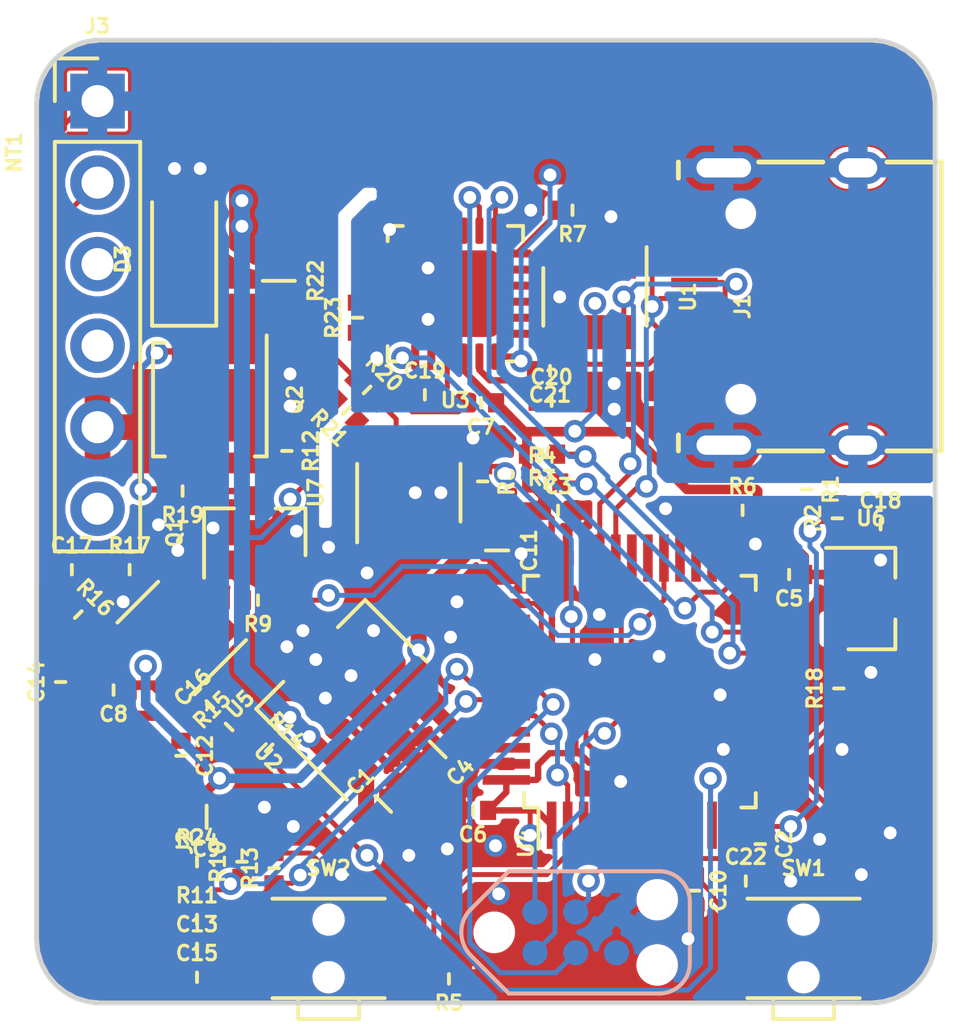
<source format=kicad_pcb>
(kicad_pcb (version 20171130) (host pcbnew 5.1.5-52549c5~84~ubuntu19.10.1)
  (layers (0 F.Cu mixed) (31 B.Cu mixed) (34 B.Paste user) (35 F.Paste user) (36 B.SilkS user) (37 F.SilkS user) (38 B.Mask user) (39 F.Mask user) (44 Edge.Cuts user))
  (net 0 "")
  (net 1 GND)
  (net 2 OLED_SDA)
  (net 3 VBUS)
  (net 4 "Net-(Q1-Pad3)")
  (net 5 "Net-(J2-Pad12)")
  (net 6 OLED_SCL)
  (net 7 "Net-(Q1-Pad1)")
  (net 8 INT_N)
  (net 9 +3V3)
  (net 10 SDA)
  (net 11 SCL)
  (net 12 CC2)
  (net 13 CC1)
  (net 14 "Net-(U4-Pad3)")
  (net 15 "Net-(U4-Pad4)")
  (net 16 "Net-(U4-Pad5)")
  (net 17 "Net-(U4-Pad6)")
  (net 18 nRST)
  (net 19 "Net-(U4-Pad18)")
  (net 20 "Net-(U4-Pad19)")
  (net 21 "Net-(U4-Pad20)")
  (net 22 "Net-(U4-Pad26)")
  (net 23 "Net-(U4-Pad27)")
  (net 24 "Net-(U4-Pad28)")
  (net 25 "Net-(U4-Pad30)")
  (net 26 SWDIO)
  (net 27 SWCLK)
  (net 28 "Net-(U4-Pad40)")
  (net 29 "Net-(U4-Pad41)")
  (net 30 "Net-(U4-Pad46)")
  (net 31 "Net-(C14-Pad2)")
  (net 32 "Net-(C14-Pad1)")
  (net 33 "Net-(C12-Pad1)")
  (net 34 "Net-(C12-Pad2)")
  (net 35 "Net-(J2-Pad6)")
  (net 36 "Net-(J2-Pad9)")
  (net 37 "Net-(C13-Pad1)")
  (net 38 "Net-(C15-Pad1)")
  (net 39 "Net-(R17-Pad2)")
  (net 40 "Net-(C16-Pad1)")
  (net 41 "Net-(C16-Pad2)")
  (net 42 UIN)
  (net 43 PWM)
  (net 44 TTIP)
  (net 45 TREF)
  (net 46 "Net-(R18-Pad2)")
  (net 47 "Net-(U4-Pad17)")
  (net 48 "Net-(Q2-Pad4)")
  (net 49 "Net-(U4-Pad38)")
  (net 50 USB_P)
  (net 51 USB_N)
  (net 52 "Net-(J1-PadA8)")
  (net 53 "Net-(J1-PadB8)")
  (net 54 "Net-(U4-Pad31)")
  (net 55 "Net-(U4-Pad16)")
  (net 56 "Net-(C19-Pad2)")
  (net 57 "Net-(C20-Pad1)")
  (net 58 "Net-(R7-Pad2)")
  (net 59 "Net-(U3-Pad20)")
  (net 60 "Net-(U3-Pad17)")
  (net 61 "Net-(U3-Pad16)")
  (net 62 "Net-(U3-Pad15)")
  (net 63 "Net-(U3-Pad14)")
  (net 64 "Net-(U3-Pad11)")
  (net 65 "Net-(U3-Pad9)")
  (net 66 "Net-(U3-Pad3)")
  (net 67 "Net-(Q2-Pad1)")
  (net 68 IIN)
  (net 69 "Net-(R20-Pad2)")
  (net 70 "Net-(R21-Pad1)")
  (net 71 "Net-(R23-Pad1)")
  (net 72 "Net-(U4-Pad45)")
  (net 73 "Net-(U4-Pad39)")
  (net 74 "Net-(SW1-Pad2)")
  (net 75 C245_JUNC)
  (net 76 "Net-(D3-Pad1)")
  (net 77 "Net-(J3-Pad6)")
  (net 78 "Net-(J3-Pad4)")
  (net 79 "Net-(J3-Pad3)")
  (net 80 "Net-(C17-Pad1)")
  (net 81 "Net-(R5-Pad2)")
  (net 82 "Net-(U4-Pad14)")
  (net 83 "Net-(P1-Pad6)")
  (module otter:C_0603 (layer F.Cu) (at 91.3 114.2 180)
    (fp_text reference C9 (at 0 -1) (layer F.SilkS) (effects (font (size 0.45 0.45) (thickness 0.1))))
    (fp_text value "1μF 25V" hide)
    (pad 2 smd rect (at 0.75 0 180) (size 0.6 0.9) (layers F.Cu F.Paste F.Mask) (net 1 GND))
    (pad 1 smd rect (at -0.75 0 180) (size 0.6 0.9) (layers F.Cu F.Paste F.Mask) (net 9 +3V3))
  )
  (module otter:TC2030 (layer B.Cu) (at 102.8 117.8)
    (fp_text reference P1 hide)
    (fp_text value TC2030-CTX hide)
    (pad "" np_thru_hole circle (at 2.54 -1.016) (size 0.98552 0.98552) (drill 0.98552) (layers *.Cu *.Mask B.SilkS))
    (pad "" np_thru_hole circle (at 2.54 1.016) (size 0.98552 0.98552) (drill 0.98552) (layers *.Cu *.Mask B.SilkS))
    (pad "" np_thru_hole circle (at -2.54 0) (size 0.98806 0.98806) (drill 0.98806) (layers *.Cu *.Mask B.SilkS))
    (pad 6 connect circle (at 1.27 0.635) (size 0.78486 0.78486) (layers B.Cu B.Mask) (net 83 "Net-(P1-Pad6)"))
    (pad 5 connect circle (at 1.27 -0.635) (size 0.78486 0.78486) (layers B.Cu B.Mask) (net 1 GND))
    (pad 4 connect circle (at 0 0.635) (size 0.78486 0.78486) (layers B.Cu B.Mask) (net 27 SWCLK))
    (pad 3 connect circle (at 0 -0.635) (size 0.78486 0.78486) (layers B.Cu B.Mask) (net 18 nRST))
    (pad 2 connect circle (at -1.27 0.635) (size 0.78486 0.78486) (layers B.Cu B.Mask) (net 26 SWDIO))
    (pad 1 connect circle (at -1.27 -0.635) (size 0.78486 0.78486) (layers B.Cu B.Mask) (net 9 +3V3))
  )
  (module NetTie:NetTie-2_SMD_Pad0.5mm (layer F.Cu) (at 86.5 93.5 90)
    (fp_text reference NT1 (at 0 -1.2 90) (layer F.SilkS) (effects (font (size 0.45 0.45) (thickness 0.1))))
    (fp_text value JUNC_N)
    (fp_poly (pts (xy -0.5 -0.25) (xy 0.5 -0.25) (xy 0.5 0.25) (xy -0.5 0.25)) (layer F.Cu) (width 0))
    (pad 2 smd circle (at 0.5 0 90) (size 0.5 0.5) (layers F.Cu) (net 1 GND))
    (pad 1 smd circle (at -0.5 0 90) (size 0.5 0.5) (layers F.Cu) (net 80 "Net-(C17-Pad1)"))
  )
  (module Button_Switch_SMD:SW_SPST_EVQP7C (layer F.Cu) (at 95.1 118.3)
    (fp_text reference SW2 (at 0 -2.5) (layer F.SilkS) (effects (font (size 0.45 0.45) (thickness 0.1))))
    (fp_text value key2)
    (pad "" np_thru_hole circle (at 0 0.9) (size 0.7 0.7) (drill 0.7) (layers *.Cu *.Mask))
    (pad "" np_thru_hole circle (at 0 -0.9) (size 0.7 0.7) (drill 0.7) (layers *.Cu *.Mask))
    (pad 2 smd rect (at -1.8 0.72) (size 1.4 1.05) (layers F.Cu F.Paste F.Mask) (net 81 "Net-(R5-Pad2)"))
    (pad 2 smd rect (at 1.8 0.72) (size 1.4 1.05) (layers F.Cu F.Paste F.Mask) (net 81 "Net-(R5-Pad2)"))
    (pad 1 smd rect (at -1.8 -0.72) (size 1.4 1.05) (layers F.Cu F.Paste F.Mask) (net 9 +3V3))
    (pad 1 smd rect (at 1.8 -0.72) (size 1.4 1.05) (layers F.Cu F.Paste F.Mask) (net 9 +3V3))
  )
  (module Button_Switch_SMD:SW_SPST_EVQP7C (layer F.Cu) (at 109.9 118.3)
    (fp_text reference SW1 (at 0 -2.5) (layer F.SilkS) (effects (font (size 0.45 0.45) (thickness 0.1))))
    (fp_text value key1)
    (pad "" np_thru_hole circle (at 0 0.9) (size 0.7 0.7) (drill 0.7) (layers *.Cu *.Mask))
    (pad "" np_thru_hole circle (at 0 -0.9) (size 0.7 0.7) (drill 0.7) (layers *.Cu *.Mask))
    (pad 2 smd rect (at -1.8 0.72) (size 1.4 1.05) (layers F.Cu F.Paste F.Mask) (net 74 "Net-(SW1-Pad2)"))
    (pad 2 smd rect (at 1.8 0.72) (size 1.4 1.05) (layers F.Cu F.Paste F.Mask) (net 74 "Net-(SW1-Pad2)"))
    (pad 1 smd rect (at -1.8 -0.72) (size 1.4 1.05) (layers F.Cu F.Paste F.Mask) (net 9 +3V3))
    (pad 1 smd rect (at 1.8 -0.72) (size 1.4 1.05) (layers F.Cu F.Paste F.Mask) (net 9 +3V3))
  )
  (module otter:LQFP-48_7x7mm_P0.5mm (layer F.Cu) (at 104.8 110.3 90)
    (fp_text reference U4 (at -4.725 -3.55 90) (layer F.SilkS) (effects (font (size 0.45 0.45) (thickness 0.1))))
    (fp_text value STM32F072C8Tx hide)
    (pad 48 smd rect (at -2.75 -4.1625 90) (size 0.3 1.475) (layers F.Cu F.Paste F.Mask) (net 9 +3V3))
    (pad 47 smd rect (at -2.25 -4.1625 90) (size 0.3 1.475) (layers F.Cu F.Paste F.Mask) (net 1 GND))
    (pad 46 smd rect (at -1.75 -4.1625 90) (size 0.3 1.475) (layers F.Cu F.Paste F.Mask) (net 30 "Net-(U4-Pad46)"))
    (pad 45 smd rect (at -1.25 -4.1625 90) (size 0.3 1.475) (layers F.Cu F.Paste F.Mask) (net 72 "Net-(U4-Pad45)"))
    (pad 44 smd rect (at -0.75 -4.1625 90) (size 0.3 1.475) (layers F.Cu F.Paste F.Mask) (net 81 "Net-(R5-Pad2)"))
    (pad 43 smd rect (at -0.25 -4.1625 90) (size 0.3 1.475) (layers F.Cu F.Paste F.Mask) (net 2 OLED_SDA))
    (pad 42 smd rect (at 0.25 -4.1625 90) (size 0.3 1.475) (layers F.Cu F.Paste F.Mask) (net 6 OLED_SCL))
    (pad 41 smd rect (at 0.75 -4.1625 90) (size 0.3 1.475) (layers F.Cu F.Paste F.Mask) (net 29 "Net-(U4-Pad41)"))
    (pad 40 smd rect (at 1.25 -4.1625 90) (size 0.3 1.475) (layers F.Cu F.Paste F.Mask) (net 28 "Net-(U4-Pad40)"))
    (pad 39 smd rect (at 1.75 -4.1625 90) (size 0.3 1.475) (layers F.Cu F.Paste F.Mask) (net 73 "Net-(U4-Pad39)"))
    (pad 38 smd rect (at 2.25 -4.1625 90) (size 0.3 1.475) (layers F.Cu F.Paste F.Mask) (net 49 "Net-(U4-Pad38)"))
    (pad 37 smd rect (at 2.75 -4.1625 90) (size 0.3 1.475) (layers F.Cu F.Paste F.Mask) (net 27 SWCLK))
    (pad 36 smd rect (at 4.1625 -2.75 90) (size 1.475 0.3) (layers F.Cu F.Paste F.Mask) (net 9 +3V3))
    (pad 35 smd rect (at 4.1625 -2.25 90) (size 1.475 0.3) (layers F.Cu F.Paste F.Mask) (net 1 GND))
    (pad 34 smd rect (at 4.1625 -1.75 90) (size 1.475 0.3) (layers F.Cu F.Paste F.Mask) (net 26 SWDIO))
    (pad 33 smd rect (at 4.1625 -1.25 90) (size 1.475 0.3) (layers F.Cu F.Paste F.Mask) (net 50 USB_P))
    (pad 32 smd rect (at 4.1625 -0.75 90) (size 1.475 0.3) (layers F.Cu F.Paste F.Mask) (net 51 USB_N))
    (pad 31 smd rect (at 4.1625 -0.25 90) (size 1.475 0.3) (layers F.Cu F.Paste F.Mask) (net 54 "Net-(U4-Pad31)"))
    (pad 30 smd rect (at 4.1625 0.25 90) (size 1.475 0.3) (layers F.Cu F.Paste F.Mask) (net 25 "Net-(U4-Pad30)"))
    (pad 29 smd rect (at 4.1625 0.75 90) (size 1.475 0.3) (layers F.Cu F.Paste F.Mask) (net 43 PWM))
    (pad 28 smd rect (at 4.1625 1.25 90) (size 1.475 0.3) (layers F.Cu F.Paste F.Mask) (net 24 "Net-(U4-Pad28)"))
    (pad 27 smd rect (at 4.1625 1.75 90) (size 1.475 0.3) (layers F.Cu F.Paste F.Mask) (net 23 "Net-(U4-Pad27)"))
    (pad 26 smd rect (at 4.1625 2.25 90) (size 1.475 0.3) (layers F.Cu F.Paste F.Mask) (net 22 "Net-(U4-Pad26)"))
    (pad 25 smd rect (at 4.1625 2.75 90) (size 1.475 0.3) (layers F.Cu F.Paste F.Mask) (net 8 INT_N))
    (pad 24 smd rect (at 2.75 4.1625 90) (size 0.3 1.475) (layers F.Cu F.Paste F.Mask) (net 9 +3V3))
    (pad 23 smd rect (at 2.25 4.1625 90) (size 0.3 1.475) (layers F.Cu F.Paste F.Mask) (net 1 GND))
    (pad 22 smd rect (at 1.75 4.1625 90) (size 0.3 1.475) (layers F.Cu F.Paste F.Mask) (net 10 SDA))
    (pad 21 smd rect (at 1.25 4.1625 90) (size 0.3 1.475) (layers F.Cu F.Paste F.Mask) (net 11 SCL))
    (pad 20 smd rect (at 0.75 4.1625 90) (size 0.3 1.475) (layers F.Cu F.Paste F.Mask) (net 21 "Net-(U4-Pad20)"))
    (pad 19 smd rect (at 0.25 4.1625 90) (size 0.3 1.475) (layers F.Cu F.Paste F.Mask) (net 20 "Net-(U4-Pad19)"))
    (pad 18 smd rect (at -0.25 4.1625 90) (size 0.3 1.475) (layers F.Cu F.Paste F.Mask) (net 19 "Net-(U4-Pad18)"))
    (pad 17 smd rect (at -0.75 4.1625 90) (size 0.3 1.475) (layers F.Cu F.Paste F.Mask) (net 47 "Net-(U4-Pad17)"))
    (pad 16 smd rect (at -1.25 4.1625 90) (size 0.3 1.475) (layers F.Cu F.Paste F.Mask) (net 55 "Net-(U4-Pad16)"))
    (pad 15 smd rect (at -1.75 4.1625 90) (size 0.3 1.475) (layers F.Cu F.Paste F.Mask) (net 45 TREF))
    (pad 14 smd rect (at -2.25 4.1625 90) (size 0.3 1.475) (layers F.Cu F.Paste F.Mask) (net 82 "Net-(U4-Pad14)"))
    (pad 13 smd rect (at -2.75 4.1625 90) (size 0.3 1.475) (layers F.Cu F.Paste F.Mask) (net 74 "Net-(SW1-Pad2)"))
    (pad 12 smd rect (at -4.1625 2.75 90) (size 1.475 0.3) (layers F.Cu F.Paste F.Mask) (net 42 UIN))
    (pad 11 smd rect (at -4.1625 2.25 90) (size 1.475 0.3) (layers F.Cu F.Paste F.Mask) (net 44 TTIP))
    (pad 10 smd rect (at -4.1625 1.75 90) (size 1.475 0.3) (layers F.Cu F.Paste F.Mask) (net 68 IIN))
    (pad 9 smd rect (at -4.1625 1.25 90) (size 1.475 0.3) (layers F.Cu F.Paste F.Mask) (net 9 +3V3))
    (pad 8 smd rect (at -4.1625 0.75 90) (size 1.475 0.3) (layers F.Cu F.Paste F.Mask) (net 1 GND))
    (pad 7 smd rect (at -4.1625 0.25 90) (size 1.475 0.3) (layers F.Cu F.Paste F.Mask) (net 18 nRST))
    (pad 6 smd rect (at -4.1625 -0.25 90) (size 1.475 0.3) (layers F.Cu F.Paste F.Mask) (net 17 "Net-(U4-Pad6)"))
    (pad 5 smd rect (at -4.1625 -0.75 90) (size 1.475 0.3) (layers F.Cu F.Paste F.Mask) (net 16 "Net-(U4-Pad5)"))
    (pad 4 smd rect (at -4.1625 -1.25 90) (size 1.475 0.3) (layers F.Cu F.Paste F.Mask) (net 15 "Net-(U4-Pad4)"))
    (pad 3 smd rect (at -4.1625 -1.75 90) (size 1.475 0.3) (layers F.Cu F.Paste F.Mask) (net 14 "Net-(U4-Pad3)"))
    (pad 2 smd rect (at -4.1625 -2.25 90) (size 1.475 0.3) (layers F.Cu F.Paste F.Mask) (net 81 "Net-(R5-Pad2)"))
    (pad 1 smd rect (at -4.1625 -2.75 90) (size 1.475 0.3) (layers F.Cu F.Paste F.Mask) (net 9 +3V3))
  )
  (module otter:R_0402 (layer F.Cu) (at 91 115.6)
    (fp_text reference R24 (at 0 -0.75) (layer F.SilkS) (effects (font (size 0.45 0.45) (thickness 0.1))))
    (fp_text value 2k37 hide)
    (pad 2 smd rect (at 0.47 0) (size 0.5 0.6) (layers F.Cu F.Paste F.Mask) (net 9 +3V3))
    (pad 1 smd rect (at -0.47 0) (size 0.5 0.6) (layers F.Cu F.Paste F.Mask) (net 36 "Net-(J2-Pad9)"))
  )
  (module otter:R_0402 (layer F.Cu) (at 96 98.65 90)
    (fp_text reference R23 (at 0 -0.75 90) (layer F.SilkS) (effects (font (size 0.45 0.45) (thickness 0.1))))
    (fp_text value 2k37 hide)
    (pad 2 smd rect (at 0.47 0 90) (size 0.5 0.6) (layers F.Cu F.Paste F.Mask) (net 3 VBUS))
    (pad 1 smd rect (at -0.47 0 90) (size 0.5 0.6) (layers F.Cu F.Paste F.Mask) (net 71 "Net-(R23-Pad1)"))
  )
  (module otter:R_0805 (layer F.Cu) (at 93.55 97.5 270)
    (fp_text reference R22 (at 0 -1.15 90) (layer F.SilkS) (effects (font (size 0.45 0.45) (thickness 0.1))))
    (fp_text value 10m hide)
    (pad 2 smd rect (at 0.95 0 270) (size 0.7 1.3) (layers F.Cu F.Paste F.Mask) (net 67 "Net-(Q2-Pad1)"))
    (pad 1 smd rect (at -0.95 0 270) (size 0.7 1.3) (layers F.Cu F.Paste F.Mask) (net 3 VBUS))
  )
  (module otter:R_0402 (layer F.Cu) (at 95.65 101.55 135)
    (fp_text reference R21 (at 0 -0.75 135) (layer F.SilkS) (effects (font (size 0.45 0.45) (thickness 0.1))))
    (fp_text value 33 hide)
    (pad 2 smd rect (at 0.47 0 135) (size 0.5 0.6) (layers F.Cu F.Paste F.Mask) (net 67 "Net-(Q2-Pad1)"))
    (pad 1 smd rect (at -0.47 0 135) (size 0.5 0.6) (layers F.Cu F.Paste F.Mask) (net 70 "Net-(R21-Pad1)"))
  )
  (module otter:R_0402 (layer F.Cu) (at 96.3 100.9 315)
    (fp_text reference R20 (at 0 -0.75 135) (layer F.SilkS) (effects (font (size 0.45 0.45) (thickness 0.1))))
    (fp_text value 33 hide)
    (pad 2 smd rect (at 0.47 0 315) (size 0.5 0.6) (layers F.Cu F.Paste F.Mask) (net 69 "Net-(R20-Pad2)"))
    (pad 1 smd rect (at -0.47 0 315) (size 0.5 0.6) (layers F.Cu F.Paste F.Mask) (net 3 VBUS))
  )
  (module otter:R_0402 (layer F.Cu) (at 90.55 104.05 180)
    (fp_text reference R19 (at 0 -0.75) (layer F.SilkS) (effects (font (size 0.45 0.45) (thickness 0.1))))
    (fp_text value 20 hide)
    (pad 2 smd rect (at 0.47 0 180) (size 0.5 0.6) (layers F.Cu F.Paste F.Mask) (net 48 "Net-(Q2-Pad4)"))
    (pad 1 smd rect (at -0.47 0 180) (size 0.5 0.6) (layers F.Cu F.Paste F.Mask) (net 4 "Net-(Q1-Pad3)"))
  )
  (module otter:R_0402 (layer F.Cu) (at 111 110.2 90)
    (fp_text reference R18 (at 0 -0.75 90) (layer F.SilkS) (effects (font (size 0.45 0.45) (thickness 0.1))))
    (fp_text value 2k37 hide)
    (pad 2 smd rect (at 0.47 0 90) (size 0.5 0.6) (layers F.Cu F.Paste F.Mask) (net 46 "Net-(R18-Pad2)"))
    (pad 1 smd rect (at -0.47 0 90) (size 0.5 0.6) (layers F.Cu F.Paste F.Mask) (net 45 TREF))
  )
  (module otter:R_0402 (layer F.Cu) (at 88.9 106.5)
    (fp_text reference R17 (at 0 -0.75) (layer F.SilkS) (effects (font (size 0.45 0.45) (thickness 0.1))))
    (fp_text value 100k hide)
    (pad 2 smd rect (at 0.47 0) (size 0.5 0.6) (layers F.Cu F.Paste F.Mask) (net 39 "Net-(R17-Pad2)"))
    (pad 1 smd rect (at -0.47 0) (size 0.5 0.6) (layers F.Cu F.Paste F.Mask) (net 75 C245_JUNC))
  )
  (module otter:R_0402 (layer F.Cu) (at 87.3 107.9 315)
    (fp_text reference R16 (at 0 -0.75 135) (layer F.SilkS) (effects (font (size 0.45 0.45) (thickness 0.1))))
    (fp_text value 2k37 hide)
    (pad 2 smd rect (at 0.47 0 315) (size 0.5 0.6) (layers F.Cu F.Paste F.Mask) (net 40 "Net-(C16-Pad1)"))
    (pad 1 smd rect (at -0.47 0 315) (size 0.5 0.6) (layers F.Cu F.Paste F.Mask) (net 80 "Net-(C17-Pad1)"))
  )
  (module otter:R_0402 (layer F.Cu) (at 92 111.4 45)
    (fp_text reference R15 (at 0 -0.75 45) (layer F.SilkS) (effects (font (size 0.45 0.45) (thickness 0.1))))
    (fp_text value 750k hide)
    (pad 2 smd rect (at 0.47 0 45) (size 0.5 0.6) (layers F.Cu F.Paste F.Mask) (net 41 "Net-(C16-Pad2)"))
    (pad 1 smd rect (at -0.47 0 45) (size 0.5 0.6) (layers F.Cu F.Paste F.Mask) (net 40 "Net-(C16-Pad1)"))
  )
  (module otter:R_0402 (layer F.Cu) (at 93.25 112.05 315)
    (fp_text reference R14 (at 0 -0.75 135) (layer F.SilkS) (effects (font (size 0.45 0.45) (thickness 0.1))))
    (fp_text value 2k37 hide)
    (pad 2 smd rect (at 0.47 0 315) (size 0.5 0.6) (layers F.Cu F.Paste F.Mask) (net 44 TTIP))
    (pad 1 smd rect (at -0.47 0 315) (size 0.5 0.6) (layers F.Cu F.Paste F.Mask) (net 41 "Net-(C16-Pad2)"))
  )
  (module otter:R_0402 (layer F.Cu) (at 93.4 115.8 90)
    (fp_text reference R13 (at 0 -0.75 90) (layer F.SilkS) (effects (font (size 0.45 0.45) (thickness 0.1))))
    (fp_text value 2k37 hide)
    (pad 2 smd rect (at 0.47 0 90) (size 0.5 0.6) (layers F.Cu F.Paste F.Mask) (net 9 +3V3))
    (pad 1 smd rect (at -0.47 0 90) (size 0.5 0.6) (layers F.Cu F.Paste F.Mask) (net 2 OLED_SDA))
  )
  (module otter:R_0402 (layer F.Cu) (at 93.8 102.8 270)
    (fp_text reference R12 (at 0 -0.75 90) (layer F.SilkS) (effects (font (size 0.45 0.45) (thickness 0.1))))
    (fp_text value 2k37 hide)
    (pad 2 smd rect (at 0.47 0 270) (size 0.5 0.6) (layers F.Cu F.Paste F.Mask) (net 4 "Net-(Q1-Pad3)"))
    (pad 1 smd rect (at -0.47 0 270) (size 0.5 0.6) (layers F.Cu F.Paste F.Mask) (net 3 VBUS))
  )
  (module otter:R_0402 (layer F.Cu) (at 91 117.4)
    (fp_text reference R11 (at 0 -0.75) (layer F.SilkS) (effects (font (size 0.45 0.45) (thickness 0.1))))
    (fp_text value 560k hide)
    (pad 2 smd rect (at 0.47 0) (size 0.5 0.6) (layers F.Cu F.Paste F.Mask) (net 1 GND))
    (pad 1 smd rect (at -0.47 0) (size 0.5 0.6) (layers F.Cu F.Paste F.Mask) (net 5 "Net-(J2-Pad12)"))
  )
  (module otter:R_0402 (layer F.Cu) (at 92.4 115.6 90)
    (fp_text reference R10 (at 0 -0.75 90) (layer F.SilkS) (effects (font (size 0.45 0.45) (thickness 0.1))))
    (fp_text value 2k37 hide)
    (pad 2 smd rect (at 0.47 0 90) (size 0.5 0.6) (layers F.Cu F.Paste F.Mask) (net 9 +3V3))
    (pad 1 smd rect (at -0.47 0 90) (size 0.5 0.6) (layers F.Cu F.Paste F.Mask) (net 6 OLED_SCL))
  )
  (module otter:R_0402 (layer F.Cu) (at 92.9 107.45 180)
    (fp_text reference R9 (at 0 -0.75) (layer F.SilkS) (effects (font (size 0.45 0.45) (thickness 0.1))))
    (fp_text value 2k37 hide)
    (pad 2 smd rect (at 0.47 0 180) (size 0.5 0.6) (layers F.Cu F.Paste F.Mask) (net 7 "Net-(Q1-Pad1)"))
    (pad 1 smd rect (at -0.47 0 180) (size 0.5 0.6) (layers F.Cu F.Paste F.Mask) (net 43 PWM))
  )
  (module otter:R_0402 (layer F.Cu) (at 99.9 103.75 270)
    (fp_text reference R8 (at 0 -0.75 90) (layer F.SilkS) (effects (font (size 0.45 0.45) (thickness 0.1))))
    (fp_text value 2k37 hide)
    (pad 2 smd rect (at 0.47 0 270) (size 0.5 0.6) (layers F.Cu F.Paste F.Mask) (net 1 GND))
    (pad 1 smd rect (at -0.47 0 270) (size 0.5 0.6) (layers F.Cu F.Paste F.Mask) (net 68 IIN))
  )
  (module otter:R_0402 (layer F.Cu) (at 102.7 95.3 180)
    (fp_text reference R7 (at 0 -0.75) (layer F.SilkS) (effects (font (size 0.45 0.45) (thickness 0.1))))
    (fp_text value 2k37 hide)
    (pad 2 smd rect (at 0.47 0 180) (size 0.5 0.6) (layers F.Cu F.Paste F.Mask) (net 58 "Net-(R7-Pad2)"))
    (pad 1 smd rect (at -0.47 0 180) (size 0.5 0.6) (layers F.Cu F.Paste F.Mask) (net 1 GND))
  )
  (module otter:R_0402 (layer F.Cu) (at 108 104.65)
    (fp_text reference R6 (at 0 -0.75) (layer F.SilkS) (effects (font (size 0.45 0.45) (thickness 0.1))))
    (fp_text value 2k37 hide)
    (pad 2 smd rect (at 0.47 0) (size 0.5 0.6) (layers F.Cu F.Paste F.Mask) (net 9 +3V3))
    (pad 1 smd rect (at -0.47 0) (size 0.5 0.6) (layers F.Cu F.Paste F.Mask) (net 8 INT_N))
  )
  (module otter:R_0402 (layer F.Cu) (at 98.85 119.25 180)
    (fp_text reference R5 (at 0 -0.75) (layer F.SilkS) (effects (font (size 0.45 0.45) (thickness 0.1))))
    (fp_text value 2k37 hide)
    (pad 2 smd rect (at 0.47 0 180) (size 0.5 0.6) (layers F.Cu F.Paste F.Mask) (net 81 "Net-(R5-Pad2)"))
    (pad 1 smd rect (at -0.47 0 180) (size 0.5 0.6) (layers F.Cu F.Paste F.Mask) (net 1 GND))
  )
  (module otter:R_0402 (layer F.Cu) (at 101.85 103.8 180)
    (fp_text reference R4 (at 0.1 0.85) (layer F.SilkS) (effects (font (size 0.45 0.45) (thickness 0.1))))
    (fp_text value 2k37 hide)
    (pad 2 smd rect (at 0.47 0 180) (size 0.5 0.6) (layers F.Cu F.Paste F.Mask) (net 9 +3V3))
    (pad 1 smd rect (at -0.47 0 180) (size 0.5 0.6) (layers F.Cu F.Paste F.Mask) (net 10 SDA))
  )
  (module otter:R_0402 (layer F.Cu) (at 101.75 102.9 180)
    (fp_text reference R3 (at 0 -0.75) (layer F.SilkS) (effects (font (size 0.45 0.45) (thickness 0.1))))
    (fp_text value 2k37 hide)
    (pad 2 smd rect (at 0.47 0 180) (size 0.5 0.6) (layers F.Cu F.Paste F.Mask) (net 9 +3V3))
    (pad 1 smd rect (at -0.47 0 180) (size 0.5 0.6) (layers F.Cu F.Paste F.Mask) (net 11 SCL))
  )
  (module otter:R_0402 (layer F.Cu) (at 110.95 104.9 90)
    (fp_text reference R2 (at 0 -0.75 90) (layer F.SilkS) (effects (font (size 0.45 0.45) (thickness 0.1))))
    (fp_text value 100k hide)
    (pad 2 smd rect (at 0.47 0 90) (size 0.5 0.6) (layers F.Cu F.Paste F.Mask) (net 1 GND))
    (pad 1 smd rect (at -0.47 0 90) (size 0.5 0.6) (layers F.Cu F.Paste F.Mask) (net 42 UIN))
  )
  (module otter:R_0402 (layer F.Cu) (at 110 104 270)
    (fp_text reference R1 (at 0 -0.75 90) (layer F.SilkS) (effects (font (size 0.45 0.45) (thickness 0.1))))
    (fp_text value 560k hide)
    (pad 2 smd rect (at 0.47 0 270) (size 0.5 0.6) (layers F.Cu F.Paste F.Mask) (net 42 UIN))
    (pad 1 smd rect (at -0.47 0 270) (size 0.5 0.6) (layers F.Cu F.Paste F.Mask) (net 3 VBUS))
  )
  (module otter:C_0402 (layer F.Cu) (at 108.1 116.2)
    (fp_text reference C22 (at 0 -0.75) (layer F.SilkS) (effects (font (size 0.45 0.45) (thickness 0.1))))
    (fp_text value 0.1μF hide)
    (pad 2 smd rect (at 0.47 0) (size 0.5 0.6) (layers F.Cu F.Paste F.Mask) (net 1 GND))
    (pad 1 smd rect (at -0.47 0) (size 0.5 0.6) (layers F.Cu F.Paste F.Mask) (net 68 IIN))
  )
  (module otter:C_0402 (layer F.Cu) (at 102 100.3 180)
    (fp_text reference C21 (at 0 -0.75) (layer F.SilkS) (effects (font (size 0.45 0.45) (thickness 0.1))))
    (fp_text value 0.1μF hide)
    (pad 2 smd rect (at 0.47 0 180) (size 0.5 0.6) (layers F.Cu F.Paste F.Mask) (net 3 VBUS))
    (pad 1 smd rect (at -0.47 0 180) (size 0.5 0.6) (layers F.Cu F.Paste F.Mask) (net 1 GND))
  )
  (module otter:C_0402 (layer F.Cu) (at 102.05 101.25)
    (fp_text reference C20 (at 0 -0.75) (layer F.SilkS) (effects (font (size 0.45 0.45) (thickness 0.1))))
    (fp_text value "1μF 25V" hide)
    (pad 2 smd rect (at 0.47 0) (size 0.5 0.6) (layers F.Cu F.Paste F.Mask) (net 1 GND))
    (pad 1 smd rect (at -0.47 0) (size 0.5 0.6) (layers F.Cu F.Paste F.Mask) (net 57 "Net-(C20-Pad1)"))
  )
  (module otter:C_0402 (layer F.Cu) (at 98.1 101.05)
    (fp_text reference C19 (at 0 -0.75) (layer F.SilkS) (effects (font (size 0.45 0.45) (thickness 0.1))))
    (fp_text value "1μF 25V" hide)
    (pad 2 smd rect (at 0.47 0) (size 0.5 0.6) (layers F.Cu F.Paste F.Mask) (net 56 "Net-(C19-Pad2)"))
    (pad 1 smd rect (at -0.47 0) (size 0.5 0.6) (layers F.Cu F.Paste F.Mask) (net 1 GND))
  )
  (module otter:C_0402 (layer F.Cu) (at 112.3 105.1)
    (fp_text reference C18 (at 0 -0.75) (layer F.SilkS) (effects (font (size 0.45 0.45) (thickness 0.1))))
    (fp_text value 0.1μF hide)
    (pad 2 smd rect (at 0.47 0) (size 0.5 0.6) (layers F.Cu F.Paste F.Mask) (net 1 GND))
    (pad 1 smd rect (at -0.47 0) (size 0.5 0.6) (layers F.Cu F.Paste F.Mask) (net 9 +3V3))
  )
  (module otter:C_0402 (layer F.Cu) (at 87.1 106.5)
    (fp_text reference C17 (at 0 -0.75) (layer F.SilkS) (effects (font (size 0.45 0.45) (thickness 0.1))))
    (fp_text value DNP hide)
    (pad 2 smd rect (at 0.47 0) (size 0.5 0.6) (layers F.Cu F.Paste F.Mask) (net 75 C245_JUNC))
    (pad 1 smd rect (at -0.47 0) (size 0.5 0.6) (layers F.Cu F.Paste F.Mask) (net 80 "Net-(C17-Pad1)"))
  )
  (module otter:C_0402 (layer F.Cu) (at 91.4 110.7 45)
    (fp_text reference C16 (at 0 -0.75 45) (layer F.SilkS) (effects (font (size 0.45 0.45) (thickness 0.1))))
    (fp_text value 18p hide)
    (pad 2 smd rect (at 0.47 0 45) (size 0.5 0.6) (layers F.Cu F.Paste F.Mask) (net 41 "Net-(C16-Pad2)"))
    (pad 1 smd rect (at -0.47 0 45) (size 0.5 0.6) (layers F.Cu F.Paste F.Mask) (net 40 "Net-(C16-Pad1)"))
  )
  (module otter:C_0402 (layer F.Cu) (at 91 119.2)
    (fp_text reference C15 (at 0 -0.75) (layer F.SilkS) (effects (font (size 0.45 0.45) (thickness 0.1))))
    (fp_text value "1μF 25V" hide)
    (pad 2 smd rect (at 0.47 0) (size 0.5 0.6) (layers F.Cu F.Paste F.Mask) (net 1 GND))
    (pad 1 smd rect (at -0.47 0) (size 0.5 0.6) (layers F.Cu F.Paste F.Mask) (net 38 "Net-(C15-Pad1)"))
  )
  (module otter:C_0402 (layer F.Cu) (at 86.75 110 90)
    (fp_text reference C14 (at 0 -0.75 90) (layer F.SilkS) (effects (font (size 0.45 0.45) (thickness 0.1))))
    (fp_text value "1μF 25V" hide)
    (pad 2 smd rect (at 0.47 0 90) (size 0.5 0.6) (layers F.Cu F.Paste F.Mask) (net 31 "Net-(C14-Pad2)"))
    (pad 1 smd rect (at -0.47 0 90) (size 0.5 0.6) (layers F.Cu F.Paste F.Mask) (net 32 "Net-(C14-Pad1)"))
  )
  (module otter:C_0402 (layer F.Cu) (at 91 118.3)
    (fp_text reference C13 (at 0 -0.75) (layer F.SilkS) (effects (font (size 0.45 0.45) (thickness 0.1))))
    (fp_text value "1μF 25V" hide)
    (pad 2 smd rect (at 0.47 0) (size 0.5 0.6) (layers F.Cu F.Paste F.Mask) (net 1 GND))
    (pad 1 smd rect (at -0.47 0) (size 0.5 0.6) (layers F.Cu F.Paste F.Mask) (net 37 "Net-(C13-Pad1)"))
  )
  (module otter:C_0402 (layer F.Cu) (at 90.5 112.3 270)
    (fp_text reference C12 (at 0 -0.75 90) (layer F.SilkS) (effects (font (size 0.45 0.45) (thickness 0.1))))
    (fp_text value "1μF 25V" hide)
    (pad 2 smd rect (at 0.47 0 270) (size 0.5 0.6) (layers F.Cu F.Paste F.Mask) (net 34 "Net-(C12-Pad2)"))
    (pad 1 smd rect (at -0.47 0 270) (size 0.5 0.6) (layers F.Cu F.Paste F.Mask) (net 33 "Net-(C12-Pad1)"))
  )
  (module otter:C_0603 (layer F.Cu) (at 100.35 105.9 270)
    (fp_text reference C11 (at 0 -1 90) (layer F.SilkS) (effects (font (size 0.45 0.45) (thickness 0.1))))
    (fp_text value "1μF 25V" hide)
    (pad 2 smd rect (at 0.75 0 270) (size 0.6 0.9) (layers F.Cu F.Paste F.Mask) (net 1 GND))
    (pad 1 smd rect (at -0.75 0 270) (size 0.6 0.9) (layers F.Cu F.Paste F.Mask) (net 9 +3V3))
  )
  (module otter:C_0402 (layer F.Cu) (at 106.5 116.5 270)
    (fp_text reference C10 (at 0 -0.75 90) (layer F.SilkS) (effects (font (size 0.45 0.45) (thickness 0.1))))
    (fp_text value 0.1μF hide)
    (pad 2 smd rect (at 0.47 0 270) (size 0.5 0.6) (layers F.Cu F.Paste F.Mask) (net 1 GND))
    (pad 1 smd rect (at -0.47 0 270) (size 0.5 0.6) (layers F.Cu F.Paste F.Mask) (net 9 +3V3))
  )
  (module otter:C_0402 (layer F.Cu) (at 88.4 110.25 180)
    (fp_text reference C8 (at 0 -0.75) (layer F.SilkS) (effects (font (size 0.45 0.45) (thickness 0.1))))
    (fp_text value 0.1μF hide)
    (pad 2 smd rect (at 0.47 0 180) (size 0.5 0.6) (layers F.Cu F.Paste F.Mask) (net 1 GND))
    (pad 1 smd rect (at -0.47 0 180) (size 0.5 0.6) (layers F.Cu F.Paste F.Mask) (net 9 +3V3))
  )
  (module otter:C_0402 (layer F.Cu) (at 99.85 101.3 180)
    (fp_text reference C7 (at 0 -0.75) (layer F.SilkS) (effects (font (size 0.45 0.45) (thickness 0.1))))
    (fp_text value 0.1μF hide)
    (pad 2 smd rect (at 0.47 0 180) (size 0.5 0.6) (layers F.Cu F.Paste F.Mask) (net 1 GND))
    (pad 1 smd rect (at -0.47 0 180) (size 0.5 0.6) (layers F.Cu F.Paste F.Mask) (net 9 +3V3))
  )
  (module otter:C_0402 (layer F.Cu) (at 99.6 114 180)
    (fp_text reference C6 (at 0 -0.75) (layer F.SilkS) (effects (font (size 0.45 0.45) (thickness 0.1))))
    (fp_text value 0.1μF hide)
    (pad 2 smd rect (at 0.47 0 180) (size 0.5 0.6) (layers F.Cu F.Paste F.Mask) (net 1 GND))
    (pad 1 smd rect (at -0.47 0 180) (size 0.5 0.6) (layers F.Cu F.Paste F.Mask) (net 9 +3V3))
  )
  (module otter:C_0402 (layer F.Cu) (at 109.45 106.65 180)
    (fp_text reference C5 (at 0 -0.75) (layer F.SilkS) (effects (font (size 0.45 0.45) (thickness 0.1))))
    (fp_text value 0.1μF hide)
    (pad 2 smd rect (at 0.47 0 180) (size 0.5 0.6) (layers F.Cu F.Paste F.Mask) (net 1 GND))
    (pad 1 smd rect (at -0.47 0 180) (size 0.5 0.6) (layers F.Cu F.Paste F.Mask) (net 9 +3V3))
  )
  (module otter:C_0603 (layer F.Cu) (at 98.5 112.1 225)
    (fp_text reference C4 (at 0 -1 45) (layer F.SilkS) (effects (font (size 0.45 0.45) (thickness 0.1))))
    (fp_text value "1μF 25V" hide)
    (pad 2 smd rect (at 0.75 0 225) (size 0.6 0.9) (layers F.Cu F.Paste F.Mask) (net 1 GND))
    (pad 1 smd rect (at -0.75 0 225) (size 0.6 0.9) (layers F.Cu F.Paste F.Mask) (net 9 +3V3))
  )
  (module otter:C_0402 (layer F.Cu) (at 102.25 104.65)
    (fp_text reference C3 (at 0 -0.75) (layer F.SilkS) (effects (font (size 0.45 0.45) (thickness 0.1))))
    (fp_text value 0.1μF hide)
    (pad 2 smd rect (at 0.47 0) (size 0.5 0.6) (layers F.Cu F.Paste F.Mask) (net 1 GND))
    (pad 1 smd rect (at -0.47 0) (size 0.5 0.6) (layers F.Cu F.Paste F.Mask) (net 9 +3V3))
  )
  (module otter:C_0402 (layer F.Cu) (at 108.55 115.05 270)
    (fp_text reference C2 (at 0 -0.75 90) (layer F.SilkS) (effects (font (size 0.45 0.45) (thickness 0.1))))
    (fp_text value 0.1μF hide)
    (pad 2 smd rect (at 0.47 0 270) (size 0.5 0.6) (layers F.Cu F.Paste F.Mask) (net 1 GND))
    (pad 1 smd rect (at -0.47 0 270) (size 0.5 0.6) (layers F.Cu F.Paste F.Mask) (net 42 UIN))
  )
  (module otter:C_0603 (layer F.Cu) (at 96.8 113.8 45)
    (fp_text reference C1 (at 0 -1 45) (layer F.SilkS) (effects (font (size 0.45 0.45) (thickness 0.1))))
    (fp_text value "1μF 25V" hide)
    (pad 2 smd rect (at 0.75 0 45) (size 0.6 0.9) (layers F.Cu F.Paste F.Mask) (net 1 GND))
    (pad 1 smd rect (at -0.75 0 45) (size 0.6 0.9) (layers F.Cu F.Paste F.Mask) (net 3 VBUS))
  )
  (module Package_TO_SOT_SMD:SOT-23-5 (layer F.Cu) (at 97.6 104.1 90)
    (fp_text reference U7 (at 0 -2.9 90) (layer F.SilkS) (effects (font (size 0.45 0.45) (thickness 0.1))))
    (fp_text value SI8540)
    (pad 5 smd rect (at 1.1 -0.95 90) (size 1.06 0.65) (layers F.Cu F.Paste F.Mask) (net 70 "Net-(R21-Pad1)"))
    (pad 4 smd rect (at 1.1 0.95 90) (size 1.06 0.65) (layers F.Cu F.Paste F.Mask) (net 68 IIN))
    (pad 3 smd rect (at -1.1 0.95 90) (size 1.06 0.65) (layers F.Cu F.Paste F.Mask) (net 1 GND))
    (pad 2 smd rect (at -1.1 0 90) (size 1.06 0.65) (layers F.Cu F.Paste F.Mask) (net 1 GND))
    (pad 1 smd rect (at -1.1 -0.95 90) (size 1.06 0.65) (layers F.Cu F.Paste F.Mask) (net 69 "Net-(R20-Pad2)"))
  )
  (module Package_TO_SOT_SMD:SOT-23 (layer F.Cu) (at 112 107.4)
    (fp_text reference U6 (at 0 -2.5) (layer F.SilkS) (effects (font (size 0.45 0.45) (thickness 0.1))))
    (fp_text value MCP9700AT-ETT)
    (pad 3 smd rect (at 1 0) (size 0.9 0.8) (layers F.Cu F.Paste F.Mask) (net 1 GND))
    (pad 2 smd rect (at -1 0.95) (size 0.9 0.8) (layers F.Cu F.Paste F.Mask) (net 46 "Net-(R18-Pad2)"))
    (pad 1 smd rect (at -1 -0.95) (size 0.9 0.8) (layers F.Cu F.Paste F.Mask) (net 9 +3V3))
  )
  (module Package_TO_SOT_SMD:SOT-23-5 (layer F.Cu) (at 90.293934 108.649569 225)
    (fp_text reference U5 (at 0 -2.9 45) (layer F.SilkS) (effects (font (size 0.45 0.45) (thickness 0.1))))
    (fp_text value OPA340NA)
    (pad 5 smd rect (at 1.1 -0.95 225) (size 1.06 0.65) (layers F.Cu F.Paste F.Mask) (net 9 +3V3))
    (pad 4 smd rect (at 1.1 0.95 225) (size 1.06 0.65) (layers F.Cu F.Paste F.Mask) (net 40 "Net-(C16-Pad1)"))
    (pad 3 smd rect (at -1.1 0.95 225) (size 1.06 0.65) (layers F.Cu F.Paste F.Mask) (net 39 "Net-(R17-Pad2)"))
    (pad 2 smd rect (at -1.1 0 225) (size 1.06 0.65) (layers F.Cu F.Paste F.Mask) (net 1 GND))
    (pad 1 smd rect (at -1.1 -0.95 225) (size 1.06 0.65) (layers F.Cu F.Paste F.Mask) (net 41 "Net-(C16-Pad2)"))
  )
  (module Package_DFN_QFN:QFN-24-1EP_4x4mm_P0.5mm_EP2.7x2.7mm (layer F.Cu) (at 99.05 97.9 180)
    (fp_text reference U3 (at 0 -3.32) (layer F.SilkS) (effects (font (size 0.45 0.45) (thickness 0.1))))
    (fp_text value STUSB4500QTR)
    (pad 24 smd roundrect (at -1.25 -1.9625 180) (size 0.25 0.825) (layers F.Cu F.Paste F.Mask) (net 3 VBUS))
    (pad 23 smd roundrect (at -0.75 -1.9625 180) (size 0.25 0.825) (layers F.Cu F.Paste F.Mask) (net 57 "Net-(C20-Pad1)"))
    (pad 22 smd roundrect (at -0.25 -1.9625 180) (size 0.25 0.825) (layers F.Cu F.Paste F.Mask) (net 9 +3V3))
    (pad 21 smd roundrect (at 0.25 -1.9625 180) (size 0.25 0.825) (layers F.Cu F.Paste F.Mask) (net 56 "Net-(C19-Pad2)"))
    (pad 20 smd roundrect (at 0.75 -1.9625 180) (size 0.25 0.825) (layers F.Cu F.Paste F.Mask) (net 59 "Net-(U3-Pad20)"))
    (pad 19 smd roundrect (at 1.25 -1.9625 180) (size 0.25 0.825) (layers F.Cu F.Paste F.Mask) (net 8 INT_N))
    (pad 18 smd roundrect (at 1.9625 -1.25 180) (size 0.825 0.25) (layers F.Cu F.Paste F.Mask) (net 71 "Net-(R23-Pad1)"))
    (pad 17 smd roundrect (at 1.9625 -0.75 180) (size 0.825 0.25) (layers F.Cu F.Paste F.Mask) (net 60 "Net-(U3-Pad17)"))
    (pad 16 smd roundrect (at 1.9625 -0.25 180) (size 0.825 0.25) (layers F.Cu F.Paste F.Mask) (net 61 "Net-(U3-Pad16)"))
    (pad 15 smd roundrect (at 1.9625 0.25 180) (size 0.825 0.25) (layers F.Cu F.Paste F.Mask) (net 62 "Net-(U3-Pad15)"))
    (pad 14 smd roundrect (at 1.9625 0.75 180) (size 0.825 0.25) (layers F.Cu F.Paste F.Mask) (net 63 "Net-(U3-Pad14)"))
    (pad 13 smd roundrect (at 1.9625 1.25 180) (size 0.825 0.25) (layers F.Cu F.Paste F.Mask) (net 1 GND))
    (pad 12 smd roundrect (at 1.25 1.9625 180) (size 0.25 0.825) (layers F.Cu F.Paste F.Mask) (net 1 GND))
    (pad 11 smd roundrect (at 0.75 1.9625 180) (size 0.25 0.825) (layers F.Cu F.Paste F.Mask) (net 64 "Net-(U3-Pad11)"))
    (pad 10 smd roundrect (at 0.25 1.9625 180) (size 0.25 0.825) (layers F.Cu F.Paste F.Mask) (net 1 GND))
    (pad 9 smd roundrect (at -0.25 1.9625 180) (size 0.25 0.825) (layers F.Cu F.Paste F.Mask) (net 65 "Net-(U3-Pad9)"))
    (pad 8 smd roundrect (at -0.75 1.9625 180) (size 0.25 0.825) (layers F.Cu F.Paste F.Mask) (net 10 SDA))
    (pad 7 smd roundrect (at -1.25 1.9625 180) (size 0.25 0.825) (layers F.Cu F.Paste F.Mask) (net 11 SCL))
    (pad 6 smd roundrect (at -1.9625 1.25 180) (size 0.825 0.25) (layers F.Cu F.Paste F.Mask) (net 58 "Net-(R7-Pad2)"))
    (pad 5 smd roundrect (at -1.9625 0.75 180) (size 0.825 0.25) (layers F.Cu F.Paste F.Mask) (net 12 CC2))
    (pad 4 smd roundrect (at -1.9625 0.25 180) (size 0.825 0.25) (layers F.Cu F.Paste F.Mask) (net 12 CC2))
    (pad 3 smd roundrect (at -1.9625 -0.25 180) (size 0.825 0.25) (layers F.Cu F.Paste F.Mask) (net 66 "Net-(U3-Pad3)"))
    (pad 2 smd roundrect (at -1.9625 -0.75 180) (size 0.825 0.25) (layers F.Cu F.Paste F.Mask) (net 13 CC1))
    (pad 1 smd roundrect (at -1.9625 -1.25 180) (size 0.825 0.25) (layers F.Cu F.Paste F.Mask) (net 13 CC1))
    (pad 25 smd roundrect (at 0 0 180) (size 2.7 2.7) (layers F.Cu F.Mask) (roundrect_rratio 0.09259299999999999) (net 1 GND))
  )
  (module Package_TO_SOT_SMD:SOT-89-3 (layer F.Cu) (at 95.8 110.4 135)
    (fp_text reference U2 (at 0.45 -3.2 135) (layer F.SilkS) (effects (font (size 0.45 0.45) (thickness 0.1))))
    (fp_text value AP2204R-3.3)
    (pad 2 smd trapezoid (at -0.0762 0 225) (size 1.5 1) (rect_delta 0 0.7) (layers F.Cu F.Paste F.Mask) (net 1 GND))
    (pad 2 smd rect (at 1.3335 0 45) (size 2.2 1.84) (layers F.Cu F.Paste F.Mask) (net 1 GND))
    (pad 3 smd rect (at -1.48 1.5 45) (size 1 1.5) (layers F.Cu F.Paste F.Mask) (net 9 +3V3))
    (pad 2 smd rect (at -1.3335 0 45) (size 1 1.8) (layers F.Cu F.Paste F.Mask) (net 1 GND))
    (pad 1 smd rect (at -1.48 -1.5 45) (size 1 1.5) (layers F.Cu F.Paste F.Mask) (net 3 VBUS))
    (pad 2 smd trapezoid (at 2.667 0 45) (size 1.6 0.85) (rect_delta 0 0.6) (layers F.Cu F.Paste F.Mask) (net 1 GND))
  )
  (module Package_TO_SOT_SMD:SOT-23-6 (layer F.Cu) (at 103.4 98 270)
    (fp_text reference U1 (at 0 -2.9 90) (layer F.SilkS) (effects (font (size 0.45 0.45) (thickness 0.1))))
    (fp_text value USBLC6-4SC6)
    (pad 5 smd rect (at 1.1 0 270) (size 1.06 0.65) (layers F.Cu F.Paste F.Mask) (net 9 +3V3))
    (pad 6 smd rect (at 1.1 -0.95 270) (size 1.06 0.65) (layers F.Cu F.Paste F.Mask) (net 50 USB_P))
    (pad 4 smd rect (at 1.1 0.95 270) (size 1.06 0.65) (layers F.Cu F.Paste F.Mask) (net 13 CC1))
    (pad 3 smd rect (at -1.1 0.95 270) (size 1.06 0.65) (layers F.Cu F.Paste F.Mask) (net 12 CC2))
    (pad 2 smd rect (at -1.1 0 270) (size 1.06 0.65) (layers F.Cu F.Paste F.Mask) (net 1 GND))
    (pad 1 smd rect (at -1.1 -0.95 270) (size 1.06 0.65) (layers F.Cu F.Paste F.Mask) (net 51 USB_N))
  )
  (module otter:Diodes_PowerDI3333-8 (layer F.Cu) (at 91.4 101.2 270)
    (fp_text reference Q2 (at 0 -2.65 90) (layer F.SilkS) (effects (font (size 0.45 0.45) (thickness 0.1))))
    (fp_text value DMP3017SFG)
    (pad 1 smd rect (at -1.5 -0.975 270) (size 0.7 0.42) (layers F.Cu F.Paste F.Mask) (net 67 "Net-(Q2-Pad1)"))
    (pad 3 smd rect (at -1.5 0.325 270) (size 0.7 0.42) (layers F.Cu F.Paste F.Mask) (net 67 "Net-(Q2-Pad1)"))
    (pad 2 smd rect (at -1.5 -0.325 270) (size 0.7 0.42) (layers F.Cu F.Paste F.Mask) (net 67 "Net-(Q2-Pad1)"))
    (pad 4 smd rect (at -1.5 0.975 270) (size 0.7 0.42) (layers F.Cu F.Paste F.Mask) (net 48 "Net-(Q2-Pad4)"))
    (pad 5 smd custom (at 0.455 0 270) (size 1.71 2.37) (layers F.Cu F.Paste F.Mask) (net 76 "Net-(D3-Pad1)") (options (clearance outline) (anchor rect)) (primitives (gr_poly (pts (xy 0.855 1.185) (xy 1.395 1.185) (xy 1.395 0.765) (xy 0.855 0.765)) (width 0)) (gr_poly (pts (xy 0.855 0.535) (xy 1.395 0.535) (xy 1.395 0.115) (xy 0.855 0.115)) (width 0)) (gr_poly (pts (xy 0.855 -0.115) (xy 1.395 -0.115) (xy 1.395 -0.535) (xy 0.855 -0.535)) (width 0)) (gr_poly (pts (xy 0.855 -0.765) (xy 1.395 -0.765) (xy 1.395 -1.185) (xy 0.855 -1.185)) (width 0))))
  )
  (module Package_TO_SOT_SMD:SOT-23 (layer F.Cu) (at 92.8 105.35 90)
    (fp_text reference Q1 (at 0 -2.5 90) (layer F.SilkS) (effects (font (size 0.45 0.45) (thickness 0.1))))
    (fp_text value SS8050)
    (pad 3 smd rect (at 1 0 90) (size 0.9 0.8) (layers F.Cu F.Paste F.Mask) (net 4 "Net-(Q1-Pad3)"))
    (pad 2 smd rect (at -1 0.95 90) (size 0.9 0.8) (layers F.Cu F.Paste F.Mask) (net 1 GND))
    (pad 1 smd rect (at -1 -0.95 90) (size 0.9 0.8) (layers F.Cu F.Paste F.Mask) (net 7 "Net-(Q1-Pad1)"))
  )
  (module Connector_PinHeader_2.54mm:PinHeader_1x06_P2.54mm_Vertical (layer F.Cu) (at 87.9 91.9)
    (fp_text reference J3 (at 0 -2.33) (layer F.SilkS) (effects (font (size 0.45 0.45) (thickness 0.1))))
    (fp_text value C245)
    (pad 6 thru_hole oval (at 0 12.7) (size 1.7 1.7) (drill 1) (layers *.Cu *.Mask) (net 77 "Net-(J3-Pad6)"))
    (pad 5 thru_hole oval (at 0 10.16) (size 1.7 1.7) (drill 1) (layers *.Cu *.Mask) (net 76 "Net-(D3-Pad1)"))
    (pad 4 thru_hole oval (at 0 7.62) (size 1.7 1.7) (drill 1) (layers *.Cu *.Mask) (net 78 "Net-(J3-Pad4)"))
    (pad 3 thru_hole oval (at 0 5.08) (size 1.7 1.7) (drill 1) (layers *.Cu *.Mask) (net 79 "Net-(J3-Pad3)"))
    (pad 2 thru_hole oval (at 0 2.54) (size 1.7 1.7) (drill 1) (layers *.Cu *.Mask) (net 75 C245_JUNC))
    (pad 1 thru_hole rect (at 0 0) (size 1.7 1.7) (drill 1) (layers *.Cu *.Mask) (net 1 GND))
  )
  (module otter:0.69OLED (layer F.Cu) (at 88.7 114.990776 270)
    (fp_text reference J2 (at 0 -1.92 90) (layer F.SilkS) (effects (font (size 0.45 0.45) (thickness 0.1))))
    (fp_text value OLED_64x32)
    (pad 1 smd rect (at -3.94 0 270) (size 0.32 2) (layers F.Cu F.Paste F.Mask) (net 31 "Net-(C14-Pad2)"))
    (pad 2 smd rect (at -3.333847 0 270) (size 0.32 2) (layers F.Cu F.Paste F.Mask) (net 32 "Net-(C14-Pad1)"))
    (pad 3 smd rect (at -2.727694 0 270) (size 0.32 2) (layers F.Cu F.Paste F.Mask) (net 33 "Net-(C12-Pad1)"))
    (pad 4 smd rect (at -2.121541 0 270) (size 0.32 2) (layers F.Cu F.Paste F.Mask) (net 34 "Net-(C12-Pad2)"))
    (pad 5 smd rect (at -1.515388 0 270) (size 0.32 2) (layers F.Cu F.Paste F.Mask) (net 9 +3V3))
    (pad 6 smd rect (at -0.909235 0 270) (size 0.32 2) (layers F.Cu F.Paste F.Mask) (net 35 "Net-(J2-Pad6)"))
    (pad 7 smd rect (at -0.303082 0 270) (size 0.32 2) (layers F.Cu F.Paste F.Mask) (net 1 GND))
    (pad 8 smd rect (at 0.303071 0 270) (size 0.32 2) (layers F.Cu F.Paste F.Mask) (net 9 +3V3))
    (pad 9 smd rect (at 0.909224 0 270) (size 0.32 2) (layers F.Cu F.Paste F.Mask) (net 36 "Net-(J2-Pad9)"))
    (pad 10 smd rect (at 1.515377 0 270) (size 0.32 2) (layers F.Cu F.Paste F.Mask) (net 6 OLED_SCL))
    (pad 11 smd rect (at 2.12153 0 270) (size 0.32 2) (layers F.Cu F.Paste F.Mask) (net 2 OLED_SDA))
    (pad 12 smd rect (at 2.727683 0 270) (size 0.32 2) (layers F.Cu F.Paste F.Mask) (net 5 "Net-(J2-Pad12)"))
    (pad 13 smd rect (at 3.333836 0 270) (size 0.32 2) (layers F.Cu F.Paste F.Mask) (net 37 "Net-(C13-Pad1)"))
    (pad 14 smd rect (at 3.94 0 270) (size 0.32 2) (layers F.Cu F.Paste F.Mask) (net 38 "Net-(C15-Pad1)"))
  )
  (module "otter:USB-C 16Pin" (layer F.Cu) (at 106.5 98.3 90)
    (fp_text reference J1 (at 0 1.5 90) (layer F.SilkS) (effects (font (size 0.45 0.45) (thickness 0.1))))
    (fp_text value USB_C_Receptacle_USB2.0)
    (pad A9 smd rect (at -2.4 0 90) (size 0.6 1.45) (layers F.Cu F.Paste F.Mask) (net 3 VBUS))
    (pad B9 smd rect (at 2.4 0 90) (size 0.6 1.45) (layers F.Cu F.Paste F.Mask) (net 3 VBUS))
    (pad B12 smd rect (at 3.2 0 90) (size 0.6 1.45) (layers F.Cu F.Paste F.Mask) (net 1 GND))
    (pad A12 smd rect (at -3.2 0 90) (size 0.6 1.45) (layers F.Cu F.Paste F.Mask) (net 1 GND))
    (pad S1 thru_hole oval (at -4.32 0.915 90) (size 1 2.1) (drill oval 0.6 1.7) (layers *.Cu *.Mask) (net 1 GND))
    (pad S1 thru_hole oval (at 4.32 0.915 90) (size 1 2.1) (drill oval 0.6 1.7) (layers *.Cu *.Mask) (net 1 GND))
    (pad S1 thru_hole oval (at -4.32 5.095 90) (size 1 1.6) (drill oval 0.6 1.2) (layers *.Cu *.Mask) (net 1 GND))
    (pad S1 thru_hole oval (at 4.32 5.095 90) (size 1 1.6) (drill oval 0.6 1.2) (layers *.Cu *.Mask) (net 1 GND))
    (pad "" np_thru_hole circle (at 2.89 1.445 90) (size 0.65 0.65) (drill 0.65) (layers *.Cu *.Mask))
    (pad "" np_thru_hole circle (at -2.89 1.445 90) (size 0.65 0.65) (drill 0.65) (layers *.Cu *.Mask))
    (pad B1 smd rect (at 3.2 0 90) (size 0.6 1.45) (layers F.Cu F.Paste F.Mask) (net 1 GND))
    (pad B4 smd rect (at 2.4 0 90) (size 0.6 1.45) (layers F.Cu F.Paste F.Mask) (net 3 VBUS))
    (pad B5 smd rect (at 1.75 0 90) (size 0.3 1.45) (layers F.Cu F.Paste F.Mask) (net 12 CC2))
    (pad A8 smd rect (at 1.25 0 90) (size 0.3 1.45) (layers F.Cu F.Paste F.Mask) (net 52 "Net-(J1-PadA8)"))
    (pad B6 smd rect (at 0.75 0 90) (size 0.3 1.45) (layers F.Cu F.Paste F.Mask) (net 50 USB_P))
    (pad A7 smd rect (at 0.25 0 90) (size 0.3 1.45) (layers F.Cu F.Paste F.Mask) (net 51 USB_N))
    (pad A6 smd rect (at -0.25 0 90) (size 0.3 1.45) (layers F.Cu F.Paste F.Mask) (net 50 USB_P))
    (pad B7 smd rect (at -0.75 0 90) (size 0.3 1.45) (layers F.Cu F.Paste F.Mask) (net 51 USB_N))
    (pad A5 smd rect (at -1.25 0 90) (size 0.3 1.45) (layers F.Cu F.Paste F.Mask) (net 13 CC1))
    (pad B8 smd rect (at -1.75 0 90) (size 0.3 1.45) (layers F.Cu F.Paste F.Mask) (net 53 "Net-(J1-PadB8)"))
    (pad A4 smd rect (at -2.4 0 90) (size 0.6 1.45) (layers F.Cu F.Paste F.Mask) (net 3 VBUS))
    (pad A1 smd rect (at -3.2 0 90) (size 0.6 1.45) (layers F.Cu F.Paste F.Mask) (net 1 GND))
  )
  (module Diode_SMD:D_SOD-123F (layer F.Cu) (at 90.6 96.7 90)
    (fp_text reference D3 (at -0.127 -1.905 90) (layer F.SilkS) (effects (font (size 0.45 0.45) (thickness 0.1))))
    (fp_text value B140-E3)
    (pad 2 smd rect (at 1.4 0 90) (size 1.1 1.1) (layers F.Cu F.Paste F.Mask) (net 1 GND))
    (pad 1 smd rect (at -1.4 0 90) (size 1.1 1.1) (layers F.Cu F.Paste F.Mask) (net 76 "Net-(D3-Pad1)"))
  )
  (gr_arc (start 88 118) (end 85.999999 118) (angle -90) (layer Edge.Cuts) (width 0.15))
  (gr_arc (start 112 118) (end 112 120.000001) (angle -90) (layer Edge.Cuts) (width 0.15))
  (gr_arc (start 112 92) (end 114.000001 92) (angle -90) (layer Edge.Cuts) (width 0.15))
  (gr_arc (start 88 92) (end 88 90) (angle -90) (layer Edge.Cuts) (width 0.15))
  (gr_line (start 86 92) (end 85.999999 118) (layer Edge.Cuts) (width 0.15))
  (gr_line (start 112 90) (end 88 90) (layer Edge.Cuts) (width 0.15))
  (gr_line (start 114 118) (end 114 92) (layer Edge.Cuts) (width 0.15))
  (gr_line (start 88 120.000001) (end 112 120.000001) (layer Edge.Cuts) (width 0.15))
  (via (at 95.8 109.8) (size 0.7) (drill 0.4) (layers F.Cu B.Cu) (net 1))
  (via (at 95 110.5) (size 0.7) (drill 0.4) (layers F.Cu B.Cu) (net 1))
  (via (at 94.7 109.3) (size 0.7) (drill 0.4) (layers F.Cu B.Cu) (net 1))
  (via (at 94.3 108.4) (size 0.7) (drill 0.4) (layers F.Cu B.Cu) (net 1))
  (via (at 93.8 108.9) (size 0.7) (drill 0.4) (layers F.Cu B.Cu) (net 1))
  (via (at 98.2 98.7) (size 0.7) (drill 0.4) (layers F.Cu B.Cu) (net 1))
  (via (at 98.2 97.1) (size 0.7) (drill 0.4) (layers F.Cu B.Cu) (net 1))
  (segment (start 97.33033 113.26967) (end 97.96967 112.63033) (width 0.5) (layer F.Cu) (net 1))
  (segment (start 97.96967 112.56967) (end 96.742927 111.342927) (width 0.5) (layer F.Cu) (net 1))
  (segment (start 97.96967 112.63033) (end 97.96967 112.56967) (width 0.5) (layer F.Cu) (net 1))
  (segment (start 87.6 91.9) (end 87.9 91.9) (width 0.154) (layer F.Cu) (net 1))
  (segment (start 86.5 93) (end 87.6 91.9) (width 0.154) (layer F.Cu) (net 1))
  (segment (start 102.55 105.274) (end 102.55 106.1375) (width 0.154) (layer F.Cu) (net 1))
  (segment (start 102.72 105.104) (end 102.55 105.274) (width 0.154) (layer F.Cu) (net 1))
  (segment (start 102.72 104.65) (end 102.72 105.104) (width 0.154) (layer F.Cu) (net 1))
  (via (at 97 95.9) (size 0.7) (drill 0.4) (layers F.Cu B.Cu) (net 1))
  (segment (start 97.0875 96.65) (end 97.0875 95.9875) (width 0.154) (layer F.Cu) (net 1))
  (segment (start 97.0875 95.9875) (end 97 95.9) (width 0.154) (layer F.Cu) (net 1))
  (segment (start 97.0375 95.9375) (end 97 95.9) (width 0.154) (layer F.Cu) (net 1))
  (segment (start 97.8 95.9375) (end 97.0375 95.9375) (width 0.154) (layer F.Cu) (net 1))
  (segment (start 98.8 97.65) (end 99.05 97.9) (width 0.154) (layer F.Cu) (net 1))
  (segment (start 98.8 95.9375) (end 98.8 97.65) (width 0.154) (layer F.Cu) (net 1))
  (via (at 101.4 95.3) (size 0.7) (drill 0.4) (layers F.Cu B.Cu) (net 1))
  (via (at 103.9 95.5) (size 0.7) (drill 0.4) (layers F.Cu B.Cu) (net 1))
  (via (at 102.3 98) (size 0.7) (drill 0.4) (layers F.Cu B.Cu) (net 1))
  (segment (start 102.620802 98) (end 102.3 98) (width 0.154) (layer F.Cu) (net 1))
  (segment (start 103.4 97.220802) (end 102.620802 98) (width 0.154) (layer F.Cu) (net 1))
  (segment (start 103.4 96.9) (end 103.4 97.220802) (width 0.154) (layer F.Cu) (net 1))
  (segment (start 89.864085 114.687694) (end 90.351779 114.2) (width 0.3) (layer F.Cu) (net 1))
  (segment (start 88.7 114.687694) (end 89.864085 114.687694) (width 0.3) (layer F.Cu) (net 1))
  (segment (start 90.351779 114.2) (end 90.55 114.2) (width 0.3) (layer F.Cu) (net 1))
  (via (at 99.1 107.5) (size 0.7) (drill 0.4) (layers F.Cu B.Cu) (net 1))
  (segment (start 99.148999 101.581001) (end 97.707001 101.581001) (width 0.154) (layer F.Cu) (net 1))
  (segment (start 99.38 101.35) (end 99.148999 101.581001) (width 0.154) (layer F.Cu) (net 1))
  (segment (start 97.63 101.504) (end 97.63 101.05) (width 0.154) (layer F.Cu) (net 1))
  (segment (start 97.707001 101.581001) (end 97.63 101.504) (width 0.154) (layer F.Cu) (net 1))
  (segment (start 99.38 101.3) (end 99.38 101.35) (width 0.154) (layer F.Cu) (net 1))
  (via (at 96.6 99.9) (size 0.7) (drill 0.4) (layers F.Cu B.Cu) (net 1))
  (via (at 101.1 106) (size 0.7) (drill 0.4) (layers F.Cu B.Cu) (net 1))
  (via (at 98.9 108.6) (size 0.7) (drill 0.4) (layers F.Cu B.Cu) (net 1))
  (via (at 96.5 108.4) (size 0.7) (drill 0.4) (layers F.Cu B.Cu) (net 1))
  (via (at 95.1 105.8) (size 0.7) (drill 0.4) (layers F.Cu B.Cu) (net 1))
  (via (at 93.9 100.4) (size 0.7) (drill 0.4) (layers F.Cu B.Cu) (net 1))
  (via (at 93.9 101.4) (size 0.7) (drill 0.4) (layers F.Cu B.Cu) (net 1))
  (via (at 90.3 94) (size 0.7) (drill 0.4) (layers F.Cu B.Cu) (net 1))
  (via (at 91.1 94) (size 0.7) (drill 0.4) (layers F.Cu B.Cu) (net 1))
  (via (at 104 100.7) (size 0.7) (drill 0.4) (layers F.Cu B.Cu) (net 1))
  (via (at 104 101.5) (size 0.7) (drill 0.4) (layers F.Cu B.Cu) (net 1))
  (via (at 98.6 104.1) (size 0.7) (drill 0.4) (layers F.Cu B.Cu) (net 1))
  (via (at 97.8 104.1) (size 0.7) (drill 0.4) (layers F.Cu B.Cu) (net 1))
  (via (at 99.6 102.4) (size 0.7) (drill 0.4) (layers F.Cu B.Cu) (net 1))
  (via (at 96.3 106.6) (size 0.7) (drill 0.4) (layers F.Cu B.Cu) (net 1))
  (segment (start 103.418497 107.897497) (end 103.538468 107.897497) (width 0.154) (layer F.Cu) (net 1))
  (segment (start 102.55 106.1375) (end 102.55 107.029) (width 0.154) (layer F.Cu) (net 1))
  (segment (start 102.55 107.029) (end 103.418497 107.897497) (width 0.154) (layer F.Cu) (net 1))
  (via (at 103.538468 107.897497) (size 0.7) (drill 0.4) (layers F.Cu B.Cu) (net 1))
  (via (at 109.5 116.2) (size 0.7) (drill 0.4) (layers F.Cu B.Cu) (net 1))
  (via (at 110.4 114.9) (size 0.7) (drill 0.4) (layers F.Cu B.Cu) (net 1))
  (via (at 107.4 112.1) (size 0.7) (drill 0.4) (layers F.Cu B.Cu) (net 1))
  (via (at 107.3 110.4) (size 0.7) (drill 0.4) (layers F.Cu B.Cu) (net 1))
  (via (at 105.4 109.2) (size 0.7) (drill 0.4) (layers F.Cu B.Cu) (net 1))
  (via (at 104.2 113.1) (size 0.7) (drill 0.4) (layers F.Cu B.Cu) (net 1))
  (via (at 103.4 109.3) (size 0.7) (drill 0.4) (layers F.Cu B.Cu) (net 1))
  (via (at 106.3 118) (size 0.7) (drill 0.4) (layers F.Cu B.Cu) (net 1))
  (via (at 100.4 116.6) (size 0.7) (drill 0.4) (layers F.Cu B.Cu) (net 1))
  (via (at 100.3 115.1) (size 0.7) (drill 0.4) (layers F.Cu B.Cu) (net 1))
  (via (at 98.8 115.2) (size 0.7) (drill 0.4) (layers F.Cu B.Cu) (net 1))
  (via (at 97.6 115.4) (size 0.7) (drill 0.4) (layers F.Cu B.Cu) (net 1))
  (via (at 95.5 116) (size 0.7) (drill 0.4) (layers F.Cu B.Cu) (net 1))
  (via (at 94 114.5) (size 0.7) (drill 0.4) (layers F.Cu B.Cu) (net 1))
  (via (at 93.1 113.9) (size 0.7) (drill 0.4) (layers F.Cu B.Cu) (net 1))
  (via (at 88.7 107.5) (size 0.7) (drill 0.4) (layers F.Cu B.Cu) (net 1))
  (via (at 90.4 105.9) (size 0.7) (drill 0.4) (layers F.Cu B.Cu) (net 1))
  (via (at 89.8 105.1) (size 0.7) (drill 0.4) (layers F.Cu B.Cu) (net 1))
  (via (at 91.5 105.2) (size 0.7) (drill 0.4) (layers F.Cu B.Cu) (net 1))
  (via (at 94.1 105.3) (size 0.7) (drill 0.4) (layers F.Cu B.Cu) (net 1))
  (via (at 111.1 112.1) (size 0.7) (drill 0.4) (layers F.Cu B.Cu) (net 1))
  (via (at 112.6 114.7) (size 0.7) (drill 0.4) (layers F.Cu B.Cu) (net 1))
  (via (at 111.7 116) (size 0.7) (drill 0.4) (layers F.Cu B.Cu) (net 1))
  (via (at 112 109.7) (size 0.7) (drill 0.4) (layers F.Cu B.Cu) (net 1))
  (via (at 112.3 106.2) (size 0.7) (drill 0.4) (layers F.Cu B.Cu) (net 1))
  (via (at 105.6 104.6) (size 0.7) (drill 0.4) (layers F.Cu B.Cu) (net 1))
  (via (at 108.4 105.7) (size 0.7) (drill 0.4) (layers F.Cu B.Cu) (net 1))
  (segment (start 99.437291 110.55) (end 99.381309 110.605982) (width 0.154) (layer F.Cu) (net 2))
  (segment (start 100.6375 110.55) (end 99.437291 110.55) (width 0.154) (layer F.Cu) (net 2))
  (via (at 99.381309 110.605982) (size 0.7) (drill 0.4) (layers F.Cu B.Cu) (net 2))
  (segment (start 93.07 116.6) (end 93.4 116.27) (width 0.154) (layer F.Cu) (net 2))
  (segment (start 89.923287 117.112306) (end 90.166594 116.868999) (width 0.154) (layer F.Cu) (net 2))
  (segment (start 88.7 117.112306) (end 89.923287 117.112306) (width 0.154) (layer F.Cu) (net 2))
  (segment (start 90.166594 116.868999) (end 92.290883 116.868999) (width 0.154) (layer F.Cu) (net 2))
  (segment (start 92.290883 116.868999) (end 92.559882 116.6) (width 0.154) (layer F.Cu) (net 2))
  (segment (start 92.559882 116.6) (end 93.07 116.6) (width 0.154) (layer F.Cu) (net 2))
  (segment (start 93.4 116.27) (end 93.963326 116.27) (width 0.154) (layer F.Cu) (net 2))
  (segment (start 93.963326 116.27) (end 94.216663 116.016663) (width 0.154) (layer F.Cu) (net 2))
  (via (at 94.216663 116.016663) (size 0.7) (drill 0.4) (layers F.Cu B.Cu) (net 2))
  (segment (start 99.381309 110.605982) (end 94.216663 115.770628) (width 0.154) (layer B.Cu) (net 2))
  (segment (start 94.216663 115.770628) (end 94.216663 116.016663) (width 0.154) (layer B.Cu) (net 2))
  (via (at 92.4 95.8) (size 0.7) (drill 0.4) (layers F.Cu B.Cu) (net 3))
  (via (at 92.4 95) (size 0.7) (drill 0.4) (layers F.Cu B.Cu) (net 3))
  (via (at 94.5 111.7) (size 0.7) (drill 0.4) (layers F.Cu B.Cu) (net 3))
  (segment (start 95.307178 112.507178) (end 94.5 111.7) (width 0.5) (layer F.Cu) (net 3))
  (via (at 93.9 111.1) (size 0.7) (drill 0.4) (layers F.Cu B.Cu) (net 3))
  (segment (start 94.5 111.7) (end 93.9 111.1) (width 0.5) (layer B.Cu) (net 3))
  (segment (start 93.9 111.1) (end 92.4 109.6) (width 0.5) (layer B.Cu) (net 3))
  (segment (start 95.307178 112.507178) (end 95.785858 112.507178) (width 0.5) (layer F.Cu) (net 3))
  (segment (start 93.9 111.1) (end 95.307178 112.507178) (width 0.5) (layer F.Cu) (net 3))
  (segment (start 96.26967 112.99099) (end 95.785858 112.507178) (width 0.5) (layer F.Cu) (net 3))
  (segment (start 96.26967 114.33033) (end 96.26967 112.99099) (width 0.5) (layer F.Cu) (net 3))
  (segment (start 101.0925 99.8625) (end 101.53 100.3) (width 0.2) (layer F.Cu) (net 3))
  (segment (start 100.3 99.8625) (end 101.0925 99.8625) (width 0.2) (layer F.Cu) (net 3))
  (segment (start 93.55 97.054) (end 93.796 97.3) (width 0.154) (layer F.Cu) (net 3))
  (segment (start 93.55 96.55) (end 93.55 97.054) (width 0.154) (layer F.Cu) (net 3))
  (segment (start 93.796 97.3) (end 94.6 97.3) (width 0.154) (layer F.Cu) (net 3))
  (segment (start 94.6 97.3) (end 95 97.7) (width 0.154) (layer F.Cu) (net 3))
  (segment (start 95 99.6) (end 95.96766 100.56766) (width 0.154) (layer F.Cu) (net 3))
  (segment (start 95 97.7) (end 95 99.6) (width 0.154) (layer F.Cu) (net 3))
  (segment (start 96 98.18) (end 96 95.6) (width 0.154) (layer F.Cu) (net 3))
  (segment (start 96 95.6) (end 96.5 95.1) (width 0.154) (layer F.Cu) (net 3))
  (segment (start 96.5 95.1) (end 98.3 95.1) (width 0.154) (layer F.Cu) (net 3))
  (segment (start 98.3 95.1) (end 99.1 94.3) (width 0.154) (layer F.Cu) (net 3))
  (segment (start 110 103.53) (end 110 101.1) (width 0.154) (layer F.Cu) (net 3))
  (segment (start 110 101.1) (end 109.7 100.8) (width 0.154) (layer F.Cu) (net 3))
  (segment (start 92.4 109.6) (end 92.4 105.5) (width 0.5) (layer B.Cu) (net 3))
  (segment (start 92.4 105.5) (end 92.4 95) (width 0.5) (layer B.Cu) (net 3))
  (segment (start 92.4 105.5) (end 93 105.5) (width 0.154) (layer B.Cu) (net 3))
  (segment (start 93.9 104.6) (end 93.9 104.299996) (width 0.154) (layer B.Cu) (net 3))
  (segment (start 94.331001 102.407001) (end 94.331001 103.868995) (width 0.154) (layer F.Cu) (net 3))
  (segment (start 93.8 102.33) (end 94.254 102.33) (width 0.154) (layer F.Cu) (net 3))
  (segment (start 94.249999 103.949997) (end 93.9 104.299996) (width 0.154) (layer F.Cu) (net 3))
  (segment (start 94.331001 103.868995) (end 94.249999 103.949997) (width 0.154) (layer F.Cu) (net 3))
  (via (at 93.9 104.299996) (size 0.7) (drill 0.4) (layers F.Cu B.Cu) (net 3))
  (segment (start 94.254 102.33) (end 94.331001 102.407001) (width 0.154) (layer F.Cu) (net 3))
  (segment (start 93 105.5) (end 93.9 104.6) (width 0.154) (layer B.Cu) (net 3))
  (via (at 101.1 100) (size 0.7) (drill 0.4) (layers F.Cu B.Cu) (net 3))
  (segment (start 101.0925 99.8625) (end 101.0925 99.9925) (width 0.154) (layer F.Cu) (net 3))
  (segment (start 101.0925 99.9925) (end 101.1 100) (width 0.154) (layer F.Cu) (net 3))
  (segment (start 101.1 100) (end 101.1 96.6) (width 0.154) (layer B.Cu) (net 3))
  (segment (start 101.1 96.6) (end 102 95.7) (width 0.154) (layer B.Cu) (net 3))
  (segment (start 102 95.7) (end 102 94.2) (width 0.154) (layer B.Cu) (net 3))
  (via (at 102 94.2) (size 0.7) (drill 0.4) (layers F.Cu B.Cu) (net 3))
  (segment (start 92.5 104.05) (end 92.8 104.35) (width 0.2) (layer F.Cu) (net 4))
  (segment (start 91.02 104.05) (end 92.5 104.05) (width 0.2) (layer F.Cu) (net 4))
  (segment (start 92.85 104.35) (end 92.8 104.35) (width 0.2) (layer F.Cu) (net 4))
  (segment (start 93.8 103.27) (end 93.8 103.4) (width 0.2) (layer F.Cu) (net 4))
  (segment (start 93.8 103.4) (end 92.85 104.35) (width 0.2) (layer F.Cu) (net 4))
  (segment (start 90.211541 117.718459) (end 90.53 117.4) (width 0.2) (layer F.Cu) (net 5))
  (segment (start 88.7 117.718459) (end 90.211541 117.718459) (width 0.2) (layer F.Cu) (net 5))
  (segment (start 88.7 116.506153) (end 90.093847 116.506153) (width 0.154) (layer F.Cu) (net 6))
  (segment (start 91.946 116.474) (end 92.35 116.07) (width 0.154) (layer F.Cu) (net 6))
  (segment (start 90.126 116.474) (end 91.946 116.474) (width 0.154) (layer F.Cu) (net 6))
  (segment (start 92.35 116.07) (end 92.4 116.07) (width 0.154) (layer F.Cu) (net 6))
  (segment (start 90.093847 116.506153) (end 90.126 116.474) (width 0.154) (layer F.Cu) (net 6))
  (via (at 99.1 109.6) (size 0.7) (drill 0.4) (layers F.Cu B.Cu) (net 6))
  (segment (start 100.6375 110.05) (end 99.55 110.05) (width 0.154) (layer F.Cu) (net 6))
  (segment (start 99.55 110.05) (end 99.1 109.6) (width 0.154) (layer F.Cu) (net 6))
  (segment (start 98.750001 109.949999) (end 98.750001 110.649999) (width 0.154) (layer B.Cu) (net 6))
  (segment (start 98.750001 110.649999) (end 93.112001 116.287999) (width 0.154) (layer B.Cu) (net 6))
  (segment (start 93.112001 116.287999) (end 92.536665 116.287999) (width 0.154) (layer B.Cu) (net 6))
  (segment (start 92.182001 116.287999) (end 92.041691 116.287999) (width 0.154) (layer F.Cu) (net 6))
  (segment (start 92.536665 116.287999) (end 92.041691 116.287999) (width 0.154) (layer B.Cu) (net 6))
  (segment (start 92.4 116.07) (end 92.182001 116.287999) (width 0.154) (layer F.Cu) (net 6))
  (segment (start 99.1 109.6) (end 98.750001 109.949999) (width 0.154) (layer B.Cu) (net 6))
  (via (at 92.041691 116.287999) (size 0.7) (drill 0.4) (layers F.Cu B.Cu) (net 6))
  (segment (start 91.85 106.45) (end 91.85 106.35) (width 0.154) (layer F.Cu) (net 7))
  (segment (start 92.43 107.45) (end 92.43 107.03) (width 0.154) (layer F.Cu) (net 7))
  (segment (start 92.43 107.03) (end 91.85 106.45) (width 0.154) (layer F.Cu) (net 7))
  (segment (start 107.38 104.8) (end 107.53 104.65) (width 0.154) (layer F.Cu) (net 8))
  (segment (start 107.55 104.67) (end 107.53 104.65) (width 0.154) (layer F.Cu) (net 8))
  (segment (start 107.55 106.1375) (end 107.55 104.67) (width 0.154) (layer F.Cu) (net 8))
  (segment (start 97.894974 99.9) (end 97.4 99.9) (width 0.154) (layer B.Cu) (net 8))
  (segment (start 97.8 99.8625) (end 97.4375 99.8625) (width 0.154) (layer F.Cu) (net 8))
  (segment (start 97.4375 99.8625) (end 97.4 99.9) (width 0.154) (layer F.Cu) (net 8))
  (via (at 97.4 99.9) (size 0.7) (drill 0.4) (layers F.Cu B.Cu) (net 8))
  (via (at 106.2 107.7) (size 0.7) (drill 0.4) (layers F.Cu B.Cu) (net 8))
  (segment (start 98.2 99.9) (end 97.4 99.9) (width 0.154) (layer B.Cu) (net 8))
  (segment (start 106.2 107.7) (end 106 107.7) (width 0.154) (layer B.Cu) (net 8))
  (segment (start 106 107.7) (end 98.2 99.9) (width 0.154) (layer B.Cu) (net 8))
  (segment (start 107.379 107.2) (end 106.7 107.2) (width 0.154) (layer F.Cu) (net 8))
  (segment (start 107.55 106.1375) (end 107.55 107.029) (width 0.154) (layer F.Cu) (net 8))
  (segment (start 106.7 107.2) (end 106.2 107.7) (width 0.154) (layer F.Cu) (net 8))
  (segment (start 107.55 107.029) (end 107.379 107.2) (width 0.154) (layer F.Cu) (net 8))
  (segment (start 99.03033 111.50901) (end 97.907178 110.385858) (width 0.5) (layer F.Cu) (net 9))
  (segment (start 99.03033 111.56967) (end 99.03033 111.50901) (width 0.5) (layer F.Cu) (net 9))
  (segment (start 102.05 104.92) (end 101.78 104.65) (width 0.2) (layer F.Cu) (net 9))
  (segment (start 102.05 106.1375) (end 102.05 104.92) (width 0.2) (layer F.Cu) (net 9))
  (segment (start 106.05 115.58) (end 106.5 116.03) (width 0.2) (layer F.Cu) (net 9))
  (segment (start 106.05 114.4625) (end 106.05 115.58) (width 0.2) (layer F.Cu) (net 9))
  (segment (start 100.6375 113.4325) (end 100.07 114) (width 0.2) (layer F.Cu) (net 9))
  (segment (start 100.6375 113.05) (end 100.6375 113.4325) (width 0.2) (layer F.Cu) (net 9))
  (segment (start 101.5875 114) (end 102.05 114.4625) (width 0.2) (layer F.Cu) (net 9))
  (segment (start 100.2 105.15) (end 97.907178 107.442822) (width 0.5) (layer F.Cu) (net 9))
  (segment (start 97.907178 109.678752) (end 97.907178 110.385858) (width 0.5) (layer F.Cu) (net 9))
  (segment (start 100.35 105.15) (end 100.2 105.15) (width 0.5) (layer F.Cu) (net 9))
  (segment (start 100.85 104.65) (end 100.35 105.15) (width 0.5) (layer F.Cu) (net 9))
  (segment (start 101.78 104.65) (end 100.85 104.65) (width 0.5) (layer F.Cu) (net 9))
  (segment (start 101.78 104.2) (end 101.38 103.8) (width 0.3) (layer F.Cu) (net 9))
  (segment (start 101.78 104.65) (end 101.78 104.2) (width 0.3) (layer F.Cu) (net 9))
  (segment (start 101.28 103.7) (end 101.38 103.8) (width 0.3) (layer F.Cu) (net 9))
  (segment (start 101.28 102.9) (end 101.28 103.7) (width 0.3) (layer F.Cu) (net 9))
  (segment (start 101.28 102.9) (end 101.28 102.26) (width 0.3) (layer F.Cu) (net 9))
  (segment (start 99.3 100.28) (end 100.32 101.3) (width 0.2) (layer F.Cu) (net 9))
  (segment (start 99.3 99.8625) (end 99.3 100.28) (width 0.2) (layer F.Cu) (net 9))
  (segment (start 93.2 115.23) (end 93.3 115.33) (width 0.3) (layer F.Cu) (net 9))
  (segment (start 92.35 115.23) (end 93.2 115.23) (width 0.3) (layer F.Cu) (net 9))
  (segment (start 92.35 114.5) (end 92.05 114.2) (width 0.3) (layer F.Cu) (net 9))
  (segment (start 92.35 115.23) (end 92.35 114.5) (width 0.3) (layer F.Cu) (net 9))
  (segment (start 91.25 113.4) (end 92.05 114.2) (width 0.3) (layer F.Cu) (net 9))
  (segment (start 90.075388 113.4) (end 91.25 113.4) (width 0.3) (layer F.Cu) (net 9))
  (segment (start 88.7 113.475388) (end 90 113.475388) (width 0.3) (layer F.Cu) (net 9))
  (segment (start 90 113.475388) (end 90.075388 113.4) (width 0.3) (layer F.Cu) (net 9))
  (segment (start 89.020862 110.099138) (end 88.87 110.25) (width 0.3) (layer F.Cu) (net 9))
  (segment (start 109.92 107.25) (end 109.92 106.65) (width 0.3) (layer F.Cu) (net 9))
  (segment (start 109.62 107.55) (end 109.92 107.25) (width 0.3) (layer F.Cu) (net 9))
  (segment (start 108.9625 107.55) (end 109.62 107.55) (width 0.3) (layer F.Cu) (net 9))
  (segment (start 110.8 106.65) (end 111 106.45) (width 0.3) (layer F.Cu) (net 9))
  (segment (start 109.92 106.65) (end 110.8 106.65) (width 0.3) (layer F.Cu) (net 9))
  (segment (start 111.83 105.62) (end 111.83 105.1) (width 0.3) (layer F.Cu) (net 9))
  (segment (start 111 106.45) (end 111.83 105.62) (width 0.3) (layer F.Cu) (net 9))
  (segment (start 109.92 106.1) (end 108.47 104.65) (width 0.3) (layer F.Cu) (net 9))
  (segment (start 109.92 106.65) (end 109.92 106.1) (width 0.3) (layer F.Cu) (net 9))
  (segment (start 101.28 102.26) (end 101.2 102.2) (width 0.3) (layer F.Cu) (net 9))
  (segment (start 101.2 102.2) (end 100.32 101.3) (width 0.3) (layer F.Cu) (net 9))
  (segment (start 94.18 117.58) (end 93.3 117.58) (width 0.2) (layer F.Cu) (net 9))
  (segment (start 95.48 118.1) (end 94.7 118.1) (width 0.2) (layer F.Cu) (net 9))
  (segment (start 96.9 117.58) (end 96 117.58) (width 0.2) (layer F.Cu) (net 9))
  (segment (start 96 117.58) (end 95.48 118.1) (width 0.2) (layer F.Cu) (net 9))
  (via (at 103.4 98.2) (size 0.7) (drill 0.4) (layers F.Cu B.Cu) (net 9))
  (segment (start 103.4 99.1) (end 103.4 98.2) (width 0.154) (layer F.Cu) (net 9))
  (segment (start 107.1 116.63) (end 106.5 116.03) (width 0.154) (layer F.Cu) (net 9))
  (segment (start 108.1 117.58) (end 107.925 117.58) (width 0.154) (layer F.Cu) (net 9))
  (segment (start 107.1 116.755) (end 107.1 116.63) (width 0.154) (layer F.Cu) (net 9))
  (segment (start 107.925 117.58) (end 107.1 116.755) (width 0.154) (layer F.Cu) (net 9))
  (segment (start 110.846 117.58) (end 111.7 117.58) (width 0.154) (layer F.Cu) (net 9))
  (segment (start 109.474 118.1) (end 110.326 118.1) (width 0.154) (layer F.Cu) (net 9))
  (segment (start 108.1 117.58) (end 108.954 117.58) (width 0.154) (layer F.Cu) (net 9))
  (segment (start 110.326 118.1) (end 110.846 117.58) (width 0.154) (layer F.Cu) (net 9))
  (segment (start 108.954 117.58) (end 109.474 118.1) (width 0.154) (layer F.Cu) (net 9))
  (segment (start 100.07 114) (end 101.3 114) (width 0.2) (layer F.Cu) (net 9))
  (segment (start 101.3 114) (end 101.5875 114) (width 0.2) (layer F.Cu) (net 9))
  (via (at 91.7 113) (size 0.7) (drill 0.4) (layers F.Cu B.Cu) (net 9))
  (segment (start 91.25 113.4) (end 91.3 113.4) (width 0.3) (layer F.Cu) (net 9))
  (segment (start 91.3 113.4) (end 91.7 113) (width 0.3) (layer F.Cu) (net 9))
  (via (at 97.9 109) (size 0.7) (drill 0.4) (layers F.Cu B.Cu) (net 9))
  (segment (start 97.907178 109.007178) (end 97.9 109) (width 0.3) (layer F.Cu) (net 9))
  (segment (start 97.907178 107.442822) (end 97.907178 109.007178) (width 0.5) (layer F.Cu) (net 9))
  (segment (start 97.9 109) (end 97.907178 109.678752) (width 0.5) (layer F.Cu) (net 9))
  (segment (start 97.9 109.3) (end 97.9 109) (width 0.3) (layer B.Cu) (net 9))
  (segment (start 91.7 113) (end 94.2 113) (width 0.3) (layer B.Cu) (net 9))
  (segment (start 94.2 113) (end 97.9 109.3) (width 0.3) (layer B.Cu) (net 9))
  (segment (start 89.400862 109.500862) (end 89.4 109.5) (width 0.3) (layer F.Cu) (net 9))
  (segment (start 89.400862 110.099138) (end 89.400862 109.500862) (width 0.3) (layer F.Cu) (net 9))
  (segment (start 90.187868 110.099138) (end 89.400862 110.099138) (width 0.3) (layer F.Cu) (net 9))
  (via (at 89.4 109.5) (size 0.7) (drill 0.4) (layers F.Cu B.Cu) (net 9))
  (segment (start 89.400862 110.099138) (end 89.020862 110.099138) (width 0.3) (layer F.Cu) (net 9))
  (segment (start 89.4 110.7) (end 91.7 113) (width 0.3) (layer B.Cu) (net 9))
  (segment (start 89.4 109.5) (end 89.4 110.7) (width 0.3) (layer B.Cu) (net 9))
  (segment (start 92.35 115.18) (end 92.35 115.23) (width 0.3) (layer F.Cu) (net 9))
  (segment (start 89.9 115.293847) (end 90.193847 115) (width 0.3) (layer F.Cu) (net 9))
  (segment (start 88.7 115.293847) (end 89.9 115.293847) (width 0.3) (layer F.Cu) (net 9))
  (segment (start 92.27 115) (end 92.4 115.13) (width 0.3) (layer F.Cu) (net 9))
  (segment (start 92.4 115.13) (end 92.35 115.18) (width 0.3) (layer F.Cu) (net 9))
  (segment (start 91.47 115.03) (end 91.5 115) (width 0.3) (layer F.Cu) (net 9))
  (segment (start 90.193847 115) (end 91.5 115) (width 0.3) (layer F.Cu) (net 9))
  (segment (start 91.47 115.6) (end 91.47 115.03) (width 0.3) (layer F.Cu) (net 9))
  (segment (start 91.5 115) (end 92.27 115) (width 0.3) (layer F.Cu) (net 9))
  (segment (start 103.4 101.556871) (end 102.771216 102.185655) (width 0.154) (layer B.Cu) (net 9))
  (segment (start 103.4 98.2) (end 103.4 101.556871) (width 0.154) (layer B.Cu) (net 9))
  (via (at 102.771216 102.185655) (size 0.7) (drill 0.4) (layers F.Cu B.Cu) (net 9))
  (segment (start 108.42 104) (end 106.267924 104) (width 0.3) (layer F.Cu) (net 9))
  (segment (start 104.467924 102.2) (end 101.2 102.2) (width 0.3) (layer F.Cu) (net 9))
  (segment (start 106.267924 104) (end 104.467924 102.2) (width 0.3) (layer F.Cu) (net 9))
  (segment (start 108.47 104.05) (end 108.42 104) (width 0.3) (layer F.Cu) (net 9))
  (segment (start 108.47 104.65) (end 108.47 104.05) (width 0.3) (layer F.Cu) (net 9))
  (segment (start 102.9 112.2) (end 103.212013 112.512013) (width 0.2) (layer F.Cu) (net 9))
  (segment (start 106.05 113.631109) (end 106.05 114.4625) (width 0.2) (layer F.Cu) (net 9))
  (segment (start 103.212013 112.512013) (end 104.930904 112.512013) (width 0.2) (layer F.Cu) (net 9))
  (segment (start 104.930904 112.512013) (end 106.05 113.631109) (width 0.2) (layer F.Cu) (net 9))
  (segment (start 101.53 114.926588) (end 101.38101 114.777598) (width 0.154) (layer B.Cu) (net 9))
  (segment (start 101.38101 114.08101) (end 101.38101 114.282624) (width 0.154) (layer F.Cu) (net 9))
  (segment (start 101.3 114) (end 101.38101 114.08101) (width 0.154) (layer F.Cu) (net 9))
  (segment (start 101.38101 114.282624) (end 101.38101 114.777598) (width 0.154) (layer F.Cu) (net 9))
  (segment (start 101.53 117.165) (end 101.53 114.926588) (width 0.154) (layer B.Cu) (net 9))
  (via (at 101.38101 114.777598) (size 0.7) (drill 0.4) (layers F.Cu B.Cu) (net 9))
  (segment (start 102.9 112.2) (end 102.882429 112.217571) (width 0.2) (layer F.Cu) (net 9))
  (segment (start 101.988497 112.217571) (end 101.629001 112.577067) (width 0.2) (layer F.Cu) (net 9))
  (segment (start 101.629001 112.577067) (end 101.629001 112.995999) (width 0.2) (layer F.Cu) (net 9))
  (segment (start 101.575 113.05) (end 100.6375 113.05) (width 0.2) (layer F.Cu) (net 9))
  (segment (start 101.629001 112.995999) (end 101.575 113.05) (width 0.2) (layer F.Cu) (net 9))
  (segment (start 102.882429 112.217571) (end 101.988497 112.217571) (width 0.2) (layer F.Cu) (net 9))
  (segment (start 102.787987 112.087987) (end 102.9 112.2) (width 0.2) (layer F.Cu) (net 9))
  (segment (start 102.05 107.075) (end 102.057509 107.082509) (width 0.2) (layer F.Cu) (net 9))
  (segment (start 102.05 106.1375) (end 102.05 107.075) (width 0.2) (layer F.Cu) (net 9))
  (segment (start 102.057509 107.082509) (end 102.057509 109.563585) (width 0.2) (layer F.Cu) (net 9))
  (segment (start 102.057509 109.563585) (end 102.787987 110.294063) (width 0.2) (layer F.Cu) (net 9))
  (segment (start 102.787987 110.294063) (end 102.787987 112.087987) (width 0.2) (layer F.Cu) (net 9))
  (segment (start 93.4 115.33) (end 94.53 115.33) (width 0.154) (layer F.Cu) (net 9))
  (segment (start 94.53 115.33) (end 94.9 115.7) (width 0.154) (layer F.Cu) (net 9))
  (segment (start 94.9 115.7) (end 94.9 116.155) (width 0.154) (layer F.Cu) (net 9))
  (segment (start 94.2 116.855) (end 94.2 117.6) (width 0.154) (layer F.Cu) (net 9))
  (segment (start 94.9 116.155) (end 94.2 116.855) (width 0.154) (layer F.Cu) (net 9))
  (segment (start 94.2 117.6) (end 94.18 117.58) (width 0.2) (layer F.Cu) (net 9))
  (segment (start 94.7 118.1) (end 94.2 117.6) (width 0.2) (layer F.Cu) (net 9))
  (via (at 99.5 94.9) (size 0.7) (drill 0.4) (layers F.Cu B.Cu) (net 10))
  (segment (start 99.8 95.9375) (end 99.8 95.2) (width 0.154) (layer F.Cu) (net 10))
  (segment (start 99.8 95.2) (end 99.5 94.9) (width 0.154) (layer F.Cu) (net 10))
  (segment (start 103.095807 103.8) (end 103.127748 103.831941) (width 0.154) (layer F.Cu) (net 10))
  (segment (start 99.5 94.9) (end 99.5 100.699167) (width 0.154) (layer B.Cu) (net 10))
  (segment (start 102.632774 103.831941) (end 103.127748 103.831941) (width 0.154) (layer B.Cu) (net 10))
  (segment (start 102.32 103.8) (end 103.095807 103.8) (width 0.154) (layer F.Cu) (net 10))
  (via (at 103.127748 103.831941) (size 0.7) (drill 0.4) (layers F.Cu B.Cu) (net 10))
  (segment (start 99.5 100.699167) (end 102.632774 103.831941) (width 0.154) (layer B.Cu) (net 10))
  (segment (start 108.071 108.55) (end 107.965275 108.444275) (width 0.154) (layer F.Cu) (net 10))
  (segment (start 108.9625 108.55) (end 108.071 108.55) (width 0.154) (layer F.Cu) (net 10))
  (segment (start 107.965275 108.444275) (end 107.547835 108.444275) (width 0.154) (layer F.Cu) (net 10))
  (via (at 107.052861 108.444275) (size 0.7) (drill 0.4) (layers F.Cu B.Cu) (net 10))
  (segment (start 107.547835 108.444275) (end 107.052861 108.444275) (width 0.154) (layer F.Cu) (net 10))
  (segment (start 107.052861 107.652861) (end 107.052861 108.444275) (width 0.154) (layer B.Cu) (net 10))
  (segment (start 103.127748 103.831941) (end 103.231941 103.831941) (width 0.154) (layer B.Cu) (net 10))
  (segment (start 103.231941 103.831941) (end 107.052861 107.652861) (width 0.154) (layer B.Cu) (net 10))
  (via (at 100.5 94.9) (size 0.7) (drill 0.4) (layers F.Cu B.Cu) (net 11))
  (segment (start 100.3 95.9375) (end 100.3 95.1) (width 0.154) (layer F.Cu) (net 11))
  (segment (start 100.3 95.1) (end 100.5 94.9) (width 0.154) (layer F.Cu) (net 11))
  (segment (start 102.22 102.9) (end 103.024032 102.9) (width 0.154) (layer F.Cu) (net 11))
  (via (at 103.098498 102.974466) (size 0.7) (drill 0.4) (layers F.Cu B.Cu) (net 11))
  (segment (start 103.024032 102.9) (end 103.098498 102.974466) (width 0.154) (layer F.Cu) (net 11))
  (segment (start 100.1 100.470942) (end 102.603524 102.974466) (width 0.154) (layer B.Cu) (net 11))
  (segment (start 100.5 94.9) (end 100.1 95.3) (width 0.154) (layer B.Cu) (net 11))
  (segment (start 102.603524 102.974466) (end 103.098498 102.974466) (width 0.154) (layer B.Cu) (net 11))
  (segment (start 100.1 95.3) (end 100.1 100.470942) (width 0.154) (layer B.Cu) (net 11))
  (via (at 107.6 109.1) (size 0.7) (drill 0.4) (layers F.Cu B.Cu) (net 11))
  (segment (start 108.9125 109.1) (end 108.9625 109.05) (width 0.154) (layer F.Cu) (net 11))
  (segment (start 107.6 109.1) (end 108.9125 109.1) (width 0.154) (layer F.Cu) (net 11))
  (segment (start 107.7 109) (end 107.6 109.1) (width 0.154) (layer B.Cu) (net 11))
  (segment (start 103.174466 102.974466) (end 103.8 103.6) (width 0.154) (layer B.Cu) (net 11))
  (segment (start 103.8 103.6) (end 103.8 103.7) (width 0.154) (layer B.Cu) (net 11))
  (segment (start 103.098498 102.974466) (end 103.174466 102.974466) (width 0.154) (layer B.Cu) (net 11))
  (segment (start 103.8 103.7) (end 107.7 107.6) (width 0.154) (layer B.Cu) (net 11))
  (segment (start 107.7 107.6) (end 107.7 109) (width 0.154) (layer B.Cu) (net 11))
  (segment (start 102.2 97.15) (end 102.45 96.9) (width 0.154) (layer F.Cu) (net 12))
  (segment (start 101.0125 97.15) (end 102.2 97.15) (width 0.154) (layer F.Cu) (net 12))
  (segment (start 101.7 97.65) (end 102.45 96.9) (width 0.154) (layer F.Cu) (net 12))
  (segment (start 101.0125 97.65) (end 101.7 97.65) (width 0.154) (layer F.Cu) (net 12))
  (segment (start 104.820802 96.1) (end 103 96.1) (width 0.154) (layer F.Cu) (net 12))
  (segment (start 103 96.1) (end 102.45 96.65) (width 0.154) (layer F.Cu) (net 12))
  (segment (start 106.5 96.55) (end 105.270802 96.55) (width 0.154) (layer F.Cu) (net 12))
  (segment (start 102.45 96.65) (end 102.45 96.9) (width 0.154) (layer F.Cu) (net 12))
  (segment (start 105.270802 96.55) (end 104.820802 96.1) (width 0.154) (layer F.Cu) (net 12))
  (segment (start 105.621 99.55) (end 105.071 100.1) (width 0.154) (layer F.Cu) (net 13))
  (segment (start 106.5 99.55) (end 105.621 99.55) (width 0.154) (layer F.Cu) (net 13))
  (segment (start 102.45 99.375) (end 102.45 99.1) (width 0.154) (layer F.Cu) (net 13))
  (segment (start 103.175 100.1) (end 102.45 99.375) (width 0.154) (layer F.Cu) (net 13))
  (segment (start 105.071 100.1) (end 103.175 100.1) (width 0.154) (layer F.Cu) (net 13))
  (segment (start 102 98.65) (end 102.45 99.1) (width 0.154) (layer F.Cu) (net 13))
  (segment (start 101.0125 98.65) (end 102 98.65) (width 0.154) (layer F.Cu) (net 13))
  (segment (start 102.4 99.15) (end 102.45 99.1) (width 0.154) (layer F.Cu) (net 13))
  (segment (start 101.0125 99.15) (end 102.4 99.15) (width 0.154) (layer F.Cu) (net 13))
  (via (at 103.2 116.2) (size 0.7) (drill 0.4) (layers F.Cu B.Cu) (net 18))
  (segment (start 103.2 116.765) (end 102.8 117.165) (width 0.154) (layer B.Cu) (net 18))
  (segment (start 103.2 116.2) (end 103.2 116.765) (width 0.154) (layer B.Cu) (net 18))
  (segment (start 103.7 115.7) (end 103.2 116.2) (width 0.154) (layer F.Cu) (net 18))
  (segment (start 104.704 115.7) (end 103.7 115.7) (width 0.154) (layer F.Cu) (net 18))
  (segment (start 105.05 114.4625) (end 105.05 115.354) (width 0.154) (layer F.Cu) (net 18))
  (segment (start 105.05 115.354) (end 104.704 115.7) (width 0.154) (layer F.Cu) (net 18))
  (via (at 103.7 111.6) (size 0.7) (drill 0.4) (layers F.Cu B.Cu) (net 26))
  (segment (start 103.4 111.6) (end 103.7 111.6) (width 0.154) (layer B.Cu) (net 26))
  (segment (start 102.153431 117.811569) (end 102.153431 114.846569) (width 0.154) (layer B.Cu) (net 26))
  (segment (start 103 112) (end 103.4 111.6) (width 0.154) (layer B.Cu) (net 26))
  (segment (start 103 114) (end 103 112) (width 0.154) (layer B.Cu) (net 26))
  (segment (start 101.53 118.435) (end 102.153431 117.811569) (width 0.154) (layer B.Cu) (net 26))
  (segment (start 102.153431 114.846569) (end 103 114) (width 0.154) (layer B.Cu) (net 26))
  (segment (start 103.05 107.029) (end 103.05 106.1375) (width 0.154) (layer F.Cu) (net 26))
  (segment (start 103.321 107.3) (end 103.05 107.029) (width 0.154) (layer F.Cu) (net 26))
  (segment (start 104.218998 107.518998) (end 104 107.3) (width 0.154) (layer F.Cu) (net 26))
  (segment (start 104 107.3) (end 103.321 107.3) (width 0.154) (layer F.Cu) (net 26))
  (segment (start 103.7 111.6) (end 104.218998 111.081002) (width 0.154) (layer F.Cu) (net 26))
  (segment (start 104.218998 111.081002) (end 104.218998 107.518998) (width 0.154) (layer F.Cu) (net 26))
  (via (at 102.1 110.7) (size 0.7) (drill 0.4) (layers F.Cu B.Cu) (net 27))
  (segment (start 101.529 107.55) (end 101.726498 107.747498) (width 0.154) (layer F.Cu) (net 27))
  (segment (start 101.750001 110.350001) (end 102.1 110.7) (width 0.154) (layer F.Cu) (net 27))
  (segment (start 99.5 118.113047) (end 99.5 113.3) (width 0.154) (layer B.Cu) (net 27))
  (segment (start 100.445384 119.058431) (end 99.5 118.113047) (width 0.154) (layer B.Cu) (net 27))
  (segment (start 101.726498 107.747498) (end 101.726498 110.326498) (width 0.154) (layer F.Cu) (net 27))
  (segment (start 101.750001 111.049999) (end 102.1 110.7) (width 0.154) (layer B.Cu) (net 27))
  (segment (start 102.176569 119.058431) (end 100.445384 119.058431) (width 0.154) (layer B.Cu) (net 27))
  (segment (start 100.6375 107.55) (end 101.529 107.55) (width 0.154) (layer F.Cu) (net 27))
  (segment (start 99.5 113.3) (end 101.750001 111.049999) (width 0.154) (layer B.Cu) (net 27))
  (segment (start 102.8 118.435) (end 102.176569 119.058431) (width 0.154) (layer B.Cu) (net 27))
  (segment (start 101.726498 110.326498) (end 101.750001 110.350001) (width 0.154) (layer F.Cu) (net 27))
  (segment (start 86.834001 109.53) (end 86.75 109.53) (width 0.2) (layer F.Cu) (net 31))
  (segment (start 87.4 110.095999) (end 86.834001 109.53) (width 0.2) (layer F.Cu) (net 31))
  (segment (start 87.4 110.7) (end 87.4 110.095999) (width 0.2) (layer F.Cu) (net 31))
  (segment (start 88.7 111.050776) (end 87.750776 111.050776) (width 0.2) (layer F.Cu) (net 31))
  (segment (start 87.750776 111.050776) (end 87.4 110.7) (width 0.2) (layer F.Cu) (net 31))
  (segment (start 86.75 110.75) (end 86.75 110.47) (width 0.2) (layer F.Cu) (net 32))
  (segment (start 88.7 111.656929) (end 87.656929 111.656929) (width 0.2) (layer F.Cu) (net 32))
  (segment (start 87.656929 111.656929) (end 86.75 110.75) (width 0.2) (layer F.Cu) (net 32))
  (segment (start 90.066918 112.263082) (end 90.5 111.83) (width 0.2) (layer F.Cu) (net 33))
  (segment (start 88.7 112.263082) (end 90.066918 112.263082) (width 0.2) (layer F.Cu) (net 33))
  (segment (start 90.400765 112.869235) (end 90.5 112.77) (width 0.2) (layer F.Cu) (net 34))
  (segment (start 88.7 112.869235) (end 90.400765 112.869235) (width 0.2) (layer F.Cu) (net 34))
  (segment (start 90.23 115.9) (end 90.53 115.6) (width 0.2) (layer F.Cu) (net 36))
  (segment (start 88.7 115.9) (end 90.23 115.9) (width 0.2) (layer F.Cu) (net 36))
  (segment (start 90.505388 118.324612) (end 90.53 118.3) (width 0.2) (layer F.Cu) (net 37))
  (segment (start 88.7 118.324612) (end 90.505388 118.324612) (width 0.2) (layer F.Cu) (net 37))
  (segment (start 90.260776 118.930776) (end 90.53 119.2) (width 0.2) (layer F.Cu) (net 38))
  (segment (start 88.7 118.930776) (end 90.260776 118.930776) (width 0.2) (layer F.Cu) (net 38))
  (segment (start 89.7 106.5) (end 90.4 107.2) (width 0.2) (layer F.Cu) (net 39))
  (segment (start 89.37 106.5) (end 89.7 106.5) (width 0.2) (layer F.Cu) (net 39))
  (segment (start 88.155635 108.755635) (end 87.63234 108.23234) (width 0.2) (layer F.Cu) (net 40))
  (segment (start 88.844365 108.755635) (end 88.155635 108.755635) (width 0.2) (layer F.Cu) (net 40))
  (segment (start 91.66766 111.63234) (end 91.06766 111.03234) (width 0.154) (layer F.Cu) (net 40))
  (segment (start 91.66766 111.73234) (end 91.66766 111.63234) (width 0.154) (layer F.Cu) (net 40))
  (segment (start 91.06766 111.03234) (end 91.06766 109.66766) (width 0.154) (layer F.Cu) (net 40))
  (segment (start 90.155635 108.755635) (end 88.844365 108.755635) (width 0.154) (layer F.Cu) (net 40))
  (segment (start 91.06766 109.66766) (end 90.155635 108.755635) (width 0.154) (layer F.Cu) (net 40))
  (segment (start 91.73234 110.53234) (end 91.73234 110.36766) (width 0.154) (layer F.Cu) (net 41))
  (segment (start 92.91766 111.71766) (end 91.73234 110.53234) (width 0.154) (layer F.Cu) (net 41))
  (segment (start 91.73234 108.554666) (end 91.743503 108.543503) (width 0.154) (layer F.Cu) (net 41))
  (segment (start 91.73234 110.36766) (end 91.73234 108.554666) (width 0.154) (layer F.Cu) (net 41))
  (segment (start 108.4325 114.4625) (end 108.55 114.58) (width 0.154) (layer F.Cu) (net 42))
  (segment (start 107.55 114.4625) (end 108.4325 114.4625) (width 0.154) (layer F.Cu) (net 42))
  (segment (start 110.95 105.35) (end 110.95 105.37) (width 0.154) (layer F.Cu) (net 42))
  (segment (start 110 104.47) (end 110.07 104.47) (width 0.154) (layer F.Cu) (net 42))
  (segment (start 110.4 105) (end 110.1 105.3) (width 0.154) (layer F.Cu) (net 42))
  (via (at 110.1 105.3) (size 0.7) (drill 0.4) (layers F.Cu B.Cu) (net 42))
  (segment (start 110.6 105) (end 110.4 105) (width 0.154) (layer F.Cu) (net 42))
  (segment (start 110.07 104.47) (end 110.6 105) (width 0.154) (layer F.Cu) (net 42))
  (segment (start 110.6 105) (end 110.95 105.35) (width 0.154) (layer F.Cu) (net 42))
  (segment (start 110.1 105.794974) (end 110.3 105.994974) (width 0.154) (layer B.Cu) (net 42))
  (segment (start 110.1 105.3) (end 110.1 105.794974) (width 0.154) (layer B.Cu) (net 42))
  (via (at 109.5 114.5) (size 0.7) (drill 0.4) (layers F.Cu B.Cu) (net 42))
  (segment (start 110.3 105.994974) (end 110.3 113.7) (width 0.154) (layer B.Cu) (net 42))
  (segment (start 110.3 113.7) (end 109.5 114.5) (width 0.154) (layer B.Cu) (net 42))
  (segment (start 108.63 114.5) (end 108.55 114.58) (width 0.154) (layer F.Cu) (net 42))
  (segment (start 109.5 114.5) (end 108.63 114.5) (width 0.154) (layer F.Cu) (net 42))
  (via (at 95.100002 107.3) (size 0.7) (drill 0.4) (layers F.Cu B.Cu) (net 43))
  (segment (start 93.37 107.45) (end 94.950002 107.45) (width 0.154) (layer F.Cu) (net 43))
  (segment (start 94.950002 107.45) (end 95.100002 107.3) (width 0.154) (layer F.Cu) (net 43))
  (segment (start 105.55 107.450008) (end 104.800008 108.2) (width 0.154) (layer F.Cu) (net 43))
  (segment (start 105.55 106.1375) (end 105.55 107.450008) (width 0.154) (layer F.Cu) (net 43))
  (via (at 104.800008 108.2) (size 0.7) (drill 0.4) (layers F.Cu B.Cu) (net 43))
  (segment (start 96.494974 107.3) (end 97.394974 106.4) (width 0.154) (layer B.Cu) (net 43))
  (segment (start 97.394974 106.4) (end 100.1 106.4) (width 0.154) (layer B.Cu) (net 43))
  (segment (start 95.100002 107.3) (end 96.494974 107.3) (width 0.154) (layer B.Cu) (net 43))
  (segment (start 100.1 106.4) (end 102.249999 108.549999) (width 0.154) (layer B.Cu) (net 43))
  (segment (start 104.450009 108.549999) (end 104.800008 108.2) (width 0.154) (layer B.Cu) (net 43))
  (segment (start 102.249999 108.549999) (end 104.450009 108.549999) (width 0.154) (layer B.Cu) (net 43))
  (segment (start 93.58234 112.735894) (end 96.146446 115.3) (width 0.154) (layer F.Cu) (net 44))
  (segment (start 93.58234 112.38234) (end 93.58234 112.735894) (width 0.154) (layer F.Cu) (net 44))
  (via (at 107 113) (size 0.7) (drill 0.4) (layers F.Cu B.Cu) (net 44))
  (segment (start 107 114.4125) (end 107.05 114.4625) (width 0.154) (layer F.Cu) (net 44))
  (segment (start 107 113) (end 107 114.4125) (width 0.154) (layer F.Cu) (net 44))
  (via (at 96.3 115.4) (size 0.7) (drill 0.4) (layers F.Cu B.Cu) (net 44))
  (segment (start 100.5 119.6) (end 96.3 115.4) (width 0.154) (layer B.Cu) (net 44))
  (segment (start 107 113) (end 107 118.9) (width 0.154) (layer B.Cu) (net 44))
  (segment (start 106.3 119.6) (end 100.5 119.6) (width 0.154) (layer B.Cu) (net 44))
  (segment (start 107 118.9) (end 106.3 119.6) (width 0.154) (layer B.Cu) (net 44))
  (segment (start 111 111.074) (end 111 110.67) (width 0.154) (layer F.Cu) (net 45))
  (segment (start 110.024 112.05) (end 111 111.074) (width 0.154) (layer F.Cu) (net 45))
  (segment (start 108.9625 112.05) (end 110.024 112.05) (width 0.154) (layer F.Cu) (net 45))
  (segment (start 111 109.73) (end 111 108.35) (width 0.154) (layer F.Cu) (net 46))
  (via (at 89.75 99.75) (size 0.7) (drill 0.4) (layers F.Cu B.Cu) (net 48))
  (segment (start 89.8 99.7) (end 89.75 99.75) (width 0.2) (layer F.Cu) (net 48))
  (segment (start 90.425 99.7) (end 89.8 99.7) (width 0.2) (layer F.Cu) (net 48))
  (segment (start 89.75 99.75) (end 89.25 100.25) (width 0.2) (layer B.Cu) (net 48))
  (via (at 89.25 104) (size 0.7) (drill 0.4) (layers F.Cu B.Cu) (net 48))
  (segment (start 89.25 100.25) (end 89.25 104) (width 0.2) (layer B.Cu) (net 48))
  (segment (start 90.03 104) (end 90.08 104.05) (width 0.2) (layer F.Cu) (net 48))
  (segment (start 89.25 104) (end 90.03 104) (width 0.2) (layer F.Cu) (net 48))
  (via (at 104.3 98) (size 0.7) (drill 0.4) (layers F.Cu B.Cu) (net 50))
  (segment (start 104.3 99.05) (end 104.35 99.1) (width 0.154) (layer F.Cu) (net 50))
  (segment (start 104.3 98) (end 104.3 99.05) (width 0.154) (layer F.Cu) (net 50))
  (segment (start 107.379 98.55) (end 106.5 98.55) (width 0.154) (layer F.Cu) (net 50))
  (segment (start 107.456001 98.472999) (end 107.379 98.55) (width 0.154) (layer F.Cu) (net 50))
  (segment (start 107.379 97.55) (end 107.456001 97.627001) (width 0.154) (layer F.Cu) (net 50))
  (segment (start 107.456001 97.627001) (end 107.456001 98.472999) (width 0.154) (layer F.Cu) (net 50))
  (segment (start 106.5 97.55) (end 107.379 97.55) (width 0.154) (layer F.Cu) (net 50))
  (via (at 107.8 97.6) (size 0.7) (drill 0.4) (layers F.Cu B.Cu) (net 50))
  (segment (start 107.456001 97.627001) (end 107.772999 97.627001) (width 0.154) (layer F.Cu) (net 50))
  (segment (start 107.772999 97.627001) (end 107.8 97.6) (width 0.154) (layer F.Cu) (net 50))
  (segment (start 104.7 97.6) (end 104.3 98) (width 0.154) (layer B.Cu) (net 50))
  (segment (start 107.8 97.6) (end 104.7 97.6) (width 0.154) (layer B.Cu) (net 50))
  (via (at 104.5 103.2) (size 0.7) (drill 0.4) (layers F.Cu B.Cu) (net 50))
  (segment (start 104.5 103.494974) (end 104.5 103.2) (width 0.154) (layer F.Cu) (net 50))
  (segment (start 103.55 106.1375) (end 103.55 104.444974) (width 0.154) (layer F.Cu) (net 50))
  (segment (start 103.55 104.444974) (end 104.5 103.494974) (width 0.154) (layer F.Cu) (net 50))
  (segment (start 104.6 103.1) (end 104.5 103.2) (width 0.154) (layer B.Cu) (net 50))
  (segment (start 104.3 98) (end 104.6 98.3) (width 0.154) (layer B.Cu) (net 50))
  (segment (start 104.6 98.3) (end 104.6 103.1) (width 0.154) (layer B.Cu) (net 50))
  (via (at 105.003877 103.903877) (size 0.7) (drill 0.4) (layers F.Cu B.Cu) (net 51))
  (segment (start 104.75 103.903877) (end 105.003877 103.903877) (width 0.154) (layer F.Cu) (net 51))
  (segment (start 104.05 106.1375) (end 104.05 104.603877) (width 0.154) (layer F.Cu) (net 51))
  (segment (start 104.05 104.603877) (end 104.75 103.903877) (width 0.154) (layer F.Cu) (net 51))
  (segment (start 106.5 99.05) (end 105.43634 99.05) (width 0.154) (layer F.Cu) (net 51))
  (segment (start 104.35 96.9) (end 104.829 96.9) (width 0.154) (layer F.Cu) (net 51))
  (segment (start 105.18101 97.25201) (end 105.18101 97.804722) (width 0.154) (layer F.Cu) (net 51))
  (segment (start 104.829 96.9) (end 105.18101 97.25201) (width 0.154) (layer F.Cu) (net 51))
  (segment (start 105.430706 98.05) (end 105.18101 98.299696) (width 0.154) (layer F.Cu) (net 51))
  (segment (start 106.5 98.05) (end 105.430706 98.05) (width 0.154) (layer F.Cu) (net 51))
  (segment (start 105.18101 97.804722) (end 105.18101 98.299696) (width 0.154) (layer F.Cu) (net 51))
  (segment (start 105.18101 98.79467) (end 105.18101 98.299696) (width 0.154) (layer F.Cu) (net 51))
  (segment (start 105.43634 99.05) (end 105.18101 98.79467) (width 0.154) (layer F.Cu) (net 51))
  (via (at 105.18101 98.299696) (size 0.7) (drill 0.4) (layers F.Cu B.Cu) (net 51))
  (segment (start 105.18101 98.79467) (end 105.18101 98.299696) (width 0.154) (layer B.Cu) (net 51))
  (segment (start 105 98.97568) (end 105.18101 98.79467) (width 0.154) (layer B.Cu) (net 51))
  (segment (start 105.003877 103.696123) (end 105.1 103.6) (width 0.154) (layer B.Cu) (net 51))
  (segment (start 105.092593 102.792593) (end 105 102.7) (width 0.154) (layer B.Cu) (net 51))
  (segment (start 105 102.7) (end 105 98.97568) (width 0.154) (layer B.Cu) (net 51))
  (segment (start 105.1 103.6) (end 105.092593 103.407407) (width 0.154) (layer B.Cu) (net 51))
  (segment (start 105.003877 103.903877) (end 105.003877 103.696123) (width 0.154) (layer B.Cu) (net 51))
  (segment (start 105.092593 103.407407) (end 105.092593 102.792593) (width 0.154) (layer B.Cu) (net 51))
  (segment (start 98.8 100.82) (end 98.8 99.8625) (width 0.154) (layer F.Cu) (net 56))
  (segment (start 98.57 101.05) (end 98.8 100.82) (width 0.154) (layer F.Cu) (net 56))
  (segment (start 101.472798 101.25) (end 101.58 101.25) (width 0.2) (layer F.Cu) (net 57))
  (segment (start 100.822798 100.6) (end 101.472798 101.25) (width 0.2) (layer F.Cu) (net 57))
  (segment (start 100.125 100.6) (end 100.822798 100.6) (width 0.2) (layer F.Cu) (net 57))
  (segment (start 99.8 99.8625) (end 99.8 100.275) (width 0.2) (layer F.Cu) (net 57))
  (segment (start 99.8 100.275) (end 100.125 100.6) (width 0.2) (layer F.Cu) (net 57))
  (segment (start 101.0125 96.65) (end 101.0125 96.5875) (width 0.154) (layer F.Cu) (net 58))
  (segment (start 102.23 95.37) (end 102.23 95.3) (width 0.154) (layer F.Cu) (net 58))
  (segment (start 101.0125 96.5875) (end 102.23 95.37) (width 0.154) (layer F.Cu) (net 58))
  (segment (start 93.55 98.45) (end 93.55 97.95) (width 0.154) (layer F.Cu) (net 67))
  (segment (start 94.6 100.5) (end 95.31766 101.21766) (width 0.154) (layer F.Cu) (net 67))
  (segment (start 94.6 97.9) (end 94.6 100.5) (width 0.154) (layer F.Cu) (net 67))
  (segment (start 94.4 97.7) (end 94.6 97.9) (width 0.154) (layer F.Cu) (net 67))
  (segment (start 93.55 97.95) (end 93.8 97.7) (width 0.154) (layer F.Cu) (net 67))
  (segment (start 93.8 97.7) (end 94.4 97.7) (width 0.154) (layer F.Cu) (net 67))
  (segment (start 106.696 115.5) (end 106.55 115.354) (width 0.154) (layer F.Cu) (net 68))
  (segment (start 107.384 115.5) (end 106.696 115.5) (width 0.154) (layer F.Cu) (net 68))
  (segment (start 107.63 116.2) (end 107.63 115.746) (width 0.154) (layer F.Cu) (net 68))
  (segment (start 106.55 115.354) (end 106.55 114.4625) (width 0.154) (layer F.Cu) (net 68))
  (segment (start 107.63 115.746) (end 107.384 115.5) (width 0.154) (layer F.Cu) (net 68))
  (segment (start 98.55 103) (end 99.1 103) (width 0.154) (layer F.Cu) (net 68))
  (segment (start 99.38 103.28) (end 99.9 103.28) (width 0.154) (layer F.Cu) (net 68))
  (segment (start 99.1 103) (end 99.38 103.28) (width 0.154) (layer F.Cu) (net 68))
  (segment (start 99.9 103.28) (end 100.38 103.28) (width 0.154) (layer F.Cu) (net 68))
  (via (at 100.6 103.5) (size 0.7) (drill 0.4) (layers F.Cu B.Cu) (net 68))
  (segment (start 100.38 103.28) (end 100.6 103.5) (width 0.154) (layer F.Cu) (net 68))
  (segment (start 102.66151 105.56151) (end 102.66151 107.962184) (width 0.154) (layer B.Cu) (net 68))
  (segment (start 100.6 103.5) (end 102.66151 105.56151) (width 0.154) (layer B.Cu) (net 68))
  (via (at 102.66151 107.962184) (size 0.7) (drill 0.4) (layers F.Cu B.Cu) (net 68))
  (segment (start 102.7 109.6) (end 102.7 108.000674) (width 0.154) (layer F.Cu) (net 68))
  (segment (start 103.118998 110.018998) (end 102.7 109.6) (width 0.154) (layer F.Cu) (net 68))
  (segment (start 102.7 108.000674) (end 102.66151 107.962184) (width 0.154) (layer F.Cu) (net 68))
  (segment (start 106.55 114.4625) (end 106.55 113.571) (width 0.154) (layer F.Cu) (net 68))
  (segment (start 106.55 113.571) (end 105.160002 112.181002) (width 0.154) (layer F.Cu) (net 68))
  (segment (start 105.160002 112.181002) (end 103.421118 112.181002) (width 0.154) (layer F.Cu) (net 68))
  (segment (start 103.421118 112.181002) (end 103.118998 111.878882) (width 0.154) (layer F.Cu) (net 68))
  (segment (start 103.118998 111.878882) (end 103.118998 110.018998) (width 0.154) (layer F.Cu) (net 68))
  (segment (start 96.65 104.516) (end 96.65 105.2) (width 0.154) (layer F.Cu) (net 69))
  (segment (start 97.206001 103.959999) (end 96.65 104.516) (width 0.154) (layer F.Cu) (net 69))
  (segment (start 97.206001 101.806001) (end 97.206001 103.959999) (width 0.154) (layer F.Cu) (net 69))
  (segment (start 96.63234 101.23234) (end 97.206001 101.806001) (width 0.154) (layer F.Cu) (net 69))
  (segment (start 96.65 102.55) (end 95.98234 101.88234) (width 0.154) (layer F.Cu) (net 70))
  (segment (start 96.65 103) (end 96.65 102.55) (width 0.154) (layer F.Cu) (net 70))
  (segment (start 97.0575 99.12) (end 97.0875 99.15) (width 0.154) (layer F.Cu) (net 71))
  (segment (start 96 99.12) (end 97.0575 99.12) (width 0.154) (layer F.Cu) (net 71))
  (segment (start 109.854 113.05) (end 113 116.196) (width 0.154) (layer F.Cu) (net 74))
  (segment (start 108.9625 113.05) (end 109.854 113.05) (width 0.154) (layer F.Cu) (net 74))
  (segment (start 112.554 119.02) (end 111.7 119.02) (width 0.154) (layer F.Cu) (net 74))
  (segment (start 113 118.574) (end 112.554 119.02) (width 0.154) (layer F.Cu) (net 74))
  (segment (start 113 116.196) (end 113 118.574) (width 0.154) (layer F.Cu) (net 74))
  (segment (start 108.954 119.02) (end 108.1 119.02) (width 0.154) (layer F.Cu) (net 74))
  (segment (start 109.474 118.5) (end 108.954 119.02) (width 0.154) (layer F.Cu) (net 74))
  (segment (start 110.3 118.5) (end 109.474 118.5) (width 0.154) (layer F.Cu) (net 74))
  (segment (start 111.7 119.02) (end 110.82 119.02) (width 0.154) (layer F.Cu) (net 74))
  (segment (start 110.82 119.02) (end 110.3 118.5) (width 0.154) (layer F.Cu) (net 74))
  (segment (start 87.57 106.5) (end 88.43 106.5) (width 0.2) (layer F.Cu) (net 75))
  (segment (start 87.57 106.046) (end 87.57 106.5) (width 0.154) (layer F.Cu) (net 75))
  (segment (start 86.818999 105.294999) (end 87.57 106.046) (width 0.154) (layer F.Cu) (net 75))
  (segment (start 86.818999 95.521001) (end 86.818999 105.294999) (width 0.154) (layer F.Cu) (net 75))
  (segment (start 87.9 94.44) (end 86.818999 95.521001) (width 0.154) (layer F.Cu) (net 75))
  (segment (start 88.305 101.655) (end 87.9 102.06) (width 0.154) (layer F.Cu) (net 76))
  (segment (start 89.145998 98.804002) (end 89.145998 100.645998) (width 0.2) (layer F.Cu) (net 76))
  (segment (start 89.145998 100.645998) (end 89.25 100.75) (width 0.2) (layer F.Cu) (net 76))
  (segment (start 90.6 98.1) (end 89.85 98.1) (width 0.2) (layer F.Cu) (net 76))
  (segment (start 89.85 98.1) (end 89.145998 98.804002) (width 0.2) (layer F.Cu) (net 76))
  (segment (start 91.4 101.655) (end 91.4 101.6) (width 0.3) (layer F.Cu) (net 76))
  (segment (start 91.4 101.6) (end 91.25 101.75) (width 0.3) (layer F.Cu) (net 76))
  (segment (start 91.25 101.75) (end 89.5 101.75) (width 0.3) (layer F.Cu) (net 76))
  (segment (start 90.995 102.06) (end 91.4 101.655) (width 0.3) (layer F.Cu) (net 76))
  (segment (start 87.9 102.06) (end 90.995 102.06) (width 0.3) (layer F.Cu) (net 76))
  (segment (start 89.102081 102.06) (end 87.9 102.06) (width 0.3) (layer F.Cu) (net 76))
  (segment (start 90.042081 103) (end 89.102081 102.06) (width 0.3) (layer F.Cu) (net 76))
  (segment (start 92.75 103) (end 90.042081 103) (width 0.3) (layer F.Cu) (net 76))
  (segment (start 89.26 100.7) (end 92.7 100.7) (width 0.3) (layer F.Cu) (net 76))
  (segment (start 92.7 100.7) (end 92.7 103.1) (width 0.3) (layer F.Cu) (net 76))
  (segment (start 92.7 103.1) (end 92.6 103.2) (width 0.3) (layer F.Cu) (net 76))
  (segment (start 92.6 103.2) (end 90.1 103.2) (width 0.3) (layer F.Cu) (net 76))
  (segment (start 90.1 103.2) (end 90.1 102.6) (width 0.3) (layer F.Cu) (net 76))
  (segment (start 90.1 102.6) (end 90.1 101) (width 0.3) (layer F.Cu) (net 76))
  (segment (start 90.1 101) (end 90.1 100.5) (width 0.3) (layer F.Cu) (net 76))
  (segment (start 86.63 107.23) (end 86.96766 107.56766) (width 0.2) (layer F.Cu) (net 80))
  (segment (start 86.63 106.5) (end 86.63 107.23) (width 0.2) (layer F.Cu) (net 80))
  (segment (start 86.63 105.738) (end 86.63 106.5) (width 0.154) (layer F.Cu) (net 80))
  (segment (start 86.5 94) (end 86.5 105.608) (width 0.154) (layer F.Cu) (net 80))
  (segment (start 86.5 105.608) (end 86.63 105.738) (width 0.154) (layer F.Cu) (net 80))
  (segment (start 96 119.02) (end 96.9 119.02) (width 0.2) (layer F.Cu) (net 81))
  (segment (start 94.2 119.02) (end 94.624001 118.595999) (width 0.2) (layer F.Cu) (net 81))
  (segment (start 95.575999 118.595999) (end 96 119.02) (width 0.2) (layer F.Cu) (net 81))
  (segment (start 94.624001 118.595999) (end 95.575999 118.595999) (width 0.2) (layer F.Cu) (net 81))
  (segment (start 93.3 119.02) (end 94.2 119.02) (width 0.2) (layer F.Cu) (net 81))
  (segment (start 97.13 119.25) (end 96.9 119.02) (width 0.2) (layer F.Cu) (net 81))
  (segment (start 98.38 119.25) (end 97.13 119.25) (width 0.2) (layer F.Cu) (net 81))
  (segment (start 101.904 116) (end 102.55 115.354) (width 0.154) (layer F.Cu) (net 81))
  (segment (start 98.38 117.160118) (end 99.540118 116) (width 0.154) (layer F.Cu) (net 81))
  (segment (start 102.55 115.354) (end 102.55 114.4625) (width 0.154) (layer F.Cu) (net 81))
  (segment (start 98.38 119.25) (end 98.38 117.160118) (width 0.154) (layer F.Cu) (net 81))
  (segment (start 99.540118 116) (end 101.904 116) (width 0.154) (layer F.Cu) (net 81))
  (segment (start 102.55 113.216973) (end 102.233027 112.9) (width 0.154) (layer F.Cu) (net 81))
  (via (at 102.233027 112.9) (size 0.7) (drill 0.4) (layers F.Cu B.Cu) (net 81))
  (segment (start 102.55 114.4625) (end 102.55 113.216973) (width 0.154) (layer F.Cu) (net 81))
  (segment (start 102.040303 111.561303) (end 102.040303 111.613569) (width 0.154) (layer F.Cu) (net 81))
  (via (at 102.040303 111.613569) (size 0.7) (drill 0.4) (layers F.Cu B.Cu) (net 81))
  (segment (start 100.6375 111.05) (end 101.529 111.05) (width 0.154) (layer F.Cu) (net 81))
  (segment (start 102.233027 111.806293) (end 102.040303 111.613569) (width 0.154) (layer B.Cu) (net 81))
  (segment (start 101.529 111.05) (end 102.040303 111.561303) (width 0.154) (layer F.Cu) (net 81))
  (segment (start 102.233027 112.9) (end 102.233027 111.806293) (width 0.154) (layer B.Cu) (net 81))
  (zone (net 3) (net_name VBUS) (layer F.Cu) (priority 4) (connect_pads yes (clearance 0)) (min_thickness 0.25) (fill yes (arc_segments 32) (thermal_gap 0.2) (thermal_bridge_width 0.6) (smoothing fillet) (radius 0.1))
    (polygon (pts (xy 114.75 96.5) (xy 110 101.25) (xy 105 101.25) (xy 105 96) (xy 103.5 94.5) (xy 96.25 94.5) (xy 95.25 95.5) (xy 95.25 96) (xy 94.25 97) (xy 92.75 97) (xy 92 96.5) (xy 92 91.75) (xy 95 88.75) (xy 114.75 88.75)))
  )
  (zone (net 67) (net_name "Net-(Q2-Pad1)") (layer F.Cu) (priority 3) (connect_pads yes (clearance 0)) (min_thickness 0.25) (fill yes (arc_segments 32) (thermal_gap 0.2) (thermal_bridge_width 0.6) (smoothing fillet) (radius 0.1))
    (polygon (pts (xy 94.4 99.1) (xy 93.25 100.25) (xy 90.75 100.25) (xy 90.75 97.9) (xy 94.2 97.9) (xy 94.4 98.1)))
  )
  (zone (net 76) (net_name "Net-(D3-Pad1)") (layer F.Cu) (priority 4) (connect_pads thru_hole_only (clearance 0)) (min_thickness 0.2) (fill yes (arc_segments 32) (thermal_gap 0.2) (thermal_bridge_width 0.8) (smoothing fillet) (radius 0.1))
    (polygon (pts (xy 93.25 103.5) (xy 86.5 103.5) (xy 86.5 103.25) (xy 86.5 100.25) (xy 93.25 100.25)))
  )
  (zone (net 0) (net_name "") (layers F&B.Cu) (connect_pads thru_hole_only (clearance 0)) (min_thickness 0.2)
    (keepout (tracks allowed) (vias allowed) (copperpour not_allowed))
    (fill (arc_segments 32) (thermal_gap 0.2) (thermal_bridge_width 0.6) (smoothing fillet) (radius 0.1))
    (polygon (pts (xy 105.6 103.8) (xy 114.2 103.8) (xy 114.2 104.2) (xy 105.4 104.2) (xy 103.2 102) (xy 95.6 102) (xy 95.6 101.6) (xy 103.4 101.6)))
  )
  (zone (net 0) (net_name "") (layers F&B.Cu) (connect_pads thru_hole_only (clearance 0)) (min_thickness 0.2)
    (keepout (tracks allowed) (vias allowed) (copperpour not_allowed))
    (fill (arc_segments 32) (thermal_gap 0.2) (thermal_bridge_width 0.6) (smoothing fillet) (radius 0.1))
    (polygon (pts (xy 95.6 102) (xy 95.2 102.4) (xy 95.2 105.2) (xy 94.8 105.2) (xy 94.8 102.2) (xy 95.4 101.6)))
  )
  (zone (net 0) (net_name "") (layers F&B.Cu) (connect_pads thru_hole_only (clearance 0)) (min_thickness 0.2)
    (keepout (tracks allowed) (vias allowed) (copperpour not_allowed))
    (fill (arc_segments 32) (thermal_gap 0.2) (thermal_bridge_width 0.6) (smoothing fillet) (radius 0.1))
    (polygon (pts (xy 96.6 95) (xy 96.4 95) (xy 95.8 95.6) (xy 95.8 102) (xy 95.4 102) (xy 95.4 95.4) (xy 96.2 94.6) (xy 96.6 94.6)))
  )
  (zone (net 1) (net_name GND) (layer F.Cu) (connect_pads (clearance 0)) (min_thickness 0.2) (fill yes (arc_segments 32) (thermal_gap 0.1) (thermal_bridge_width 0.6) (smoothing fillet) (radius 0.1))
    (polygon (pts (xy 114.2 120.2) (xy 85.8 120.2) (xy 85.8 89.8) (xy 114.2 89.8)))
  )
  (zone (net 1) (net_name GND) (layer B.Cu) (connect_pads (clearance 0)) (min_thickness 0.2) (fill yes (arc_segments 32) (thermal_gap 0.2) (thermal_bridge_width 0.6) (smoothing fillet) (radius 0.1))
    (polygon (pts (xy 114.2 120.2) (xy 85.8 120.2) (xy 85.8 89.8) (xy 114.2 89.8)))
  )
  (zone (net 1) (net_name GND) (layer F.Cu) (priority 5) (connect_pads yes (clearance 0)) (min_thickness 0.2) (fill yes (arc_segments 32) (thermal_gap 0.2) (thermal_bridge_width 0.8) (smoothing fillet) (radius 0.1))
    (polygon (pts (xy 108.8 93.6) (xy 108.8 94.2) (xy 108.2 94.8) (xy 107.4 94.8) (xy 107.4 95.4) (xy 105.8 95.4) (xy 105.8 93.2) (xy 108.4 93.2)))
  )
  (zone (net 1) (net_name GND) (layer F.Cu) (priority 5) (connect_pads yes (clearance 0)) (min_thickness 0.2) (fill yes (arc_segments 32) (thermal_gap 0.2) (thermal_bridge_width 0.8) (smoothing fillet) (radius 0.1))
    (polygon (pts (xy 107.4 101.8) (xy 108.2 101.8) (xy 108.6 102.2) (xy 108.6 102.8) (xy 108.2 103.4) (xy 105.8 103.4) (xy 105.8 101.2) (xy 107.4 101.2)))
  )
)
</source>
